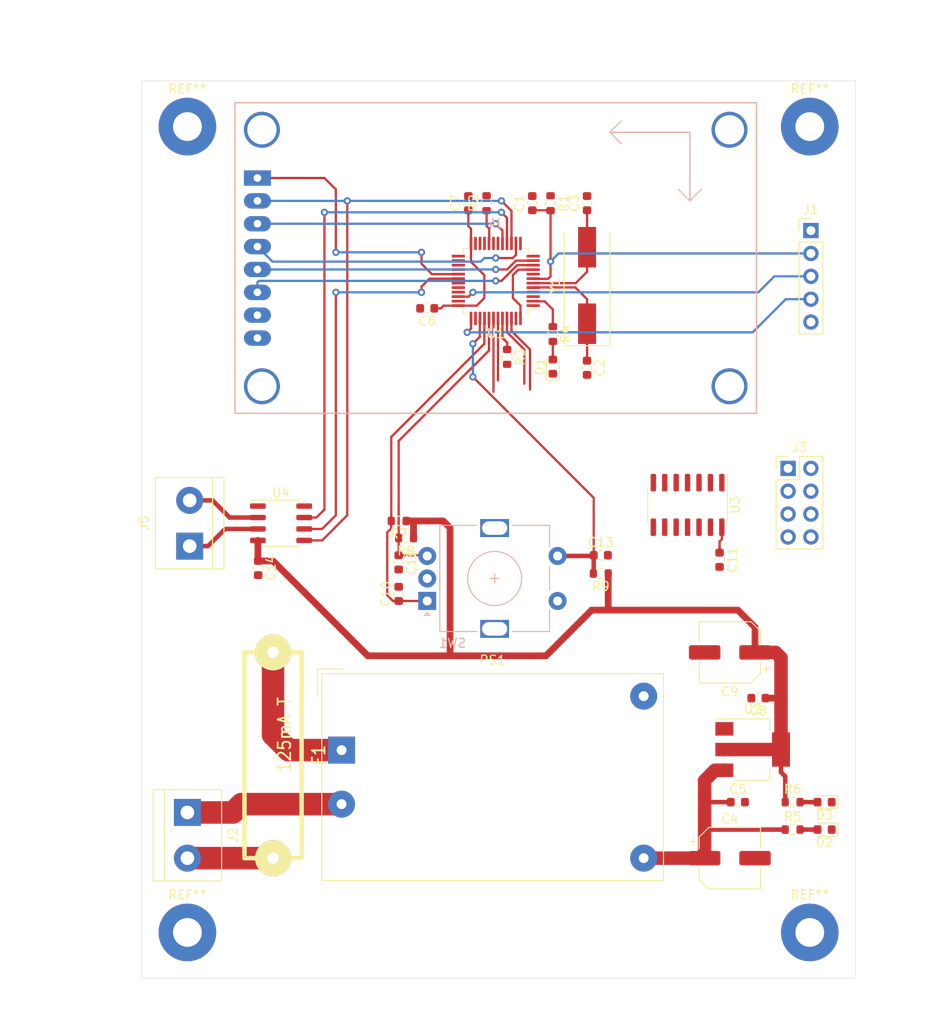
<source format=kicad_pcb>
(kicad_pcb (version 20171130) (host pcbnew 5.1.8)

  (general
    (thickness 1.6)
    (drawings 20)
    (tracks 247)
    (zones 0)
    (modules 43)
    (nets 39)
  )

  (page A4)
  (layers
    (0 F.Cu signal)
    (31 B.Cu signal)
    (32 B.Adhes user)
    (33 F.Adhes user)
    (34 B.Paste user)
    (35 F.Paste user)
    (36 B.SilkS user)
    (37 F.SilkS user)
    (38 B.Mask user)
    (39 F.Mask user)
    (40 Dwgs.User user)
    (41 Cmts.User user)
    (42 Eco1.User user)
    (43 Eco2.User user)
    (44 Edge.Cuts user)
    (45 Margin user)
    (46 B.CrtYd user)
    (47 F.CrtYd user)
    (48 B.Fab user)
    (49 F.Fab user)
  )

  (setup
    (last_trace_width 0.25)
    (user_trace_width 0.25)
    (user_trace_width 0.5)
    (user_trace_width 0.75)
    (user_trace_width 1)
    (user_trace_width 1.5)
    (user_trace_width 2)
    (user_trace_width 2.5)
    (trace_clearance 0.2)
    (zone_clearance 0.508)
    (zone_45_only no)
    (trace_min 0.2)
    (via_size 0.8)
    (via_drill 0.4)
    (via_min_size 0.4)
    (via_min_drill 0.3)
    (uvia_size 0.3)
    (uvia_drill 0.1)
    (uvias_allowed no)
    (uvia_min_size 0.2)
    (uvia_min_drill 0.1)
    (edge_width 0.05)
    (segment_width 0.2)
    (pcb_text_width 0.3)
    (pcb_text_size 1.5 1.5)
    (mod_edge_width 0.12)
    (mod_text_size 1 1)
    (mod_text_width 0.15)
    (pad_size 1.524 1.524)
    (pad_drill 0.762)
    (pad_to_mask_clearance 0.05)
    (aux_axis_origin 0 0)
    (visible_elements FFFFFF7F)
    (pcbplotparams
      (layerselection 0x010fc_ffffffff)
      (usegerberextensions false)
      (usegerberattributes true)
      (usegerberadvancedattributes true)
      (creategerberjobfile true)
      (excludeedgelayer true)
      (linewidth 0.100000)
      (plotframeref false)
      (viasonmask false)
      (mode 1)
      (useauxorigin false)
      (hpglpennumber 1)
      (hpglpenspeed 20)
      (hpglpendiameter 15.000000)
      (psnegative false)
      (psa4output false)
      (plotreference true)
      (plotvalue true)
      (plotinvisibletext false)
      (padsonsilk false)
      (subtractmaskfromsilk false)
      (outputformat 1)
      (mirror false)
      (drillshape 1)
      (scaleselection 1)
      (outputdirectory ""))
  )

  (net 0 "")
  (net 1 GND)
  (net 2 NRST)
  (net 3 "Net-(C2-Pad1)")
  (net 4 "Net-(C3-Pad1)")
  (net 5 +5V)
  (net 6 +3V3)
  (net 7 ENC_A)
  (net 8 ENC_B)
  (net 9 ENC_BUTTON)
  (net 10 "Net-(D1-Pad2)")
  (net 11 "Net-(D2-Pad2)")
  (net 12 "Net-(D3-Pad2)")
  (net 13 "Net-(F1-Pad1)")
  (net 14 "Net-(F1-Pad2)")
  (net 15 SWCLK)
  (net 16 SWDIO)
  (net 17 "Net-(J3-Pad7)")
  (net 18 "Net-(J3-Pad5)")
  (net 19 "Net-(J3-Pad3)")
  (net 20 "Net-(J3-Pad1)")
  (net 21 DISP_CS)
  (net 22 DISP_RST)
  (net 23 DISP_DC)
  (net 24 MOSI)
  (net 25 SCK)
  (net 26 DISP_LED)
  (net 27 "Net-(J5-Pad2)")
  (net 28 "Net-(J5-Pad1)")
  (net 29 /BOOT1)
  (net 30 STATUS_LED)
  (net 31 OUT3)
  (net 32 OUT2)
  (net 33 OUT1)
  (net 34 MAX6675_CS)
  (net 35 OUT4)
  (net 36 MISO)
  (net 37 "Net-(J2-Pad1)")
  (net 38 /BOOT0)

  (net_class Default "This is the default net class."
    (clearance 0.2)
    (trace_width 0.25)
    (via_dia 0.8)
    (via_drill 0.4)
    (uvia_dia 0.3)
    (uvia_drill 0.1)
    (add_net +3V3)
    (add_net +5V)
    (add_net /BOOT0)
    (add_net /BOOT1)
    (add_net DISP_CS)
    (add_net DISP_DC)
    (add_net DISP_LED)
    (add_net DISP_RST)
    (add_net ENC_A)
    (add_net ENC_B)
    (add_net ENC_BUTTON)
    (add_net GND)
    (add_net MAX6675_CS)
    (add_net MISO)
    (add_net MOSI)
    (add_net NRST)
    (add_net "Net-(C2-Pad1)")
    (add_net "Net-(C3-Pad1)")
    (add_net "Net-(D1-Pad2)")
    (add_net "Net-(D2-Pad2)")
    (add_net "Net-(D3-Pad2)")
    (add_net "Net-(F1-Pad1)")
    (add_net "Net-(F1-Pad2)")
    (add_net "Net-(J2-Pad1)")
    (add_net "Net-(J3-Pad1)")
    (add_net "Net-(J3-Pad3)")
    (add_net "Net-(J3-Pad5)")
    (add_net "Net-(J3-Pad7)")
    (add_net "Net-(J5-Pad1)")
    (add_net "Net-(J5-Pad2)")
    (add_net "Net-(U1-Pad1)")
    (add_net "Net-(U1-Pad12)")
    (add_net "Net-(U1-Pad13)")
    (add_net "Net-(U1-Pad18)")
    (add_net "Net-(U1-Pad19)")
    (add_net "Net-(U1-Pad21)")
    (add_net "Net-(U1-Pad22)")
    (add_net "Net-(U1-Pad25)")
    (add_net "Net-(U1-Pad26)")
    (add_net "Net-(U1-Pad27)")
    (add_net "Net-(U1-Pad28)")
    (add_net "Net-(U1-Pad3)")
    (add_net "Net-(U1-Pad31)")
    (add_net "Net-(U1-Pad32)")
    (add_net "Net-(U1-Pad33)")
    (add_net "Net-(U1-Pad38)")
    (add_net "Net-(U1-Pad4)")
    (add_net "Net-(U4-Pad8)")
    (add_net OUT1)
    (add_net OUT2)
    (add_net OUT3)
    (add_net OUT4)
    (add_net SCK)
    (add_net STATUS_LED)
    (add_net SWCLK)
    (add_net SWDIO)
  )

  (module misc:ST7735_DISPLAY (layer B.Cu) (tedit 5FF20330) (tstamp 5FF31900)
    (at 121.92 104.14 180)
    (path /5FAA3984)
    (fp_text reference J4 (at 0 3.81) (layer B.SilkS)
      (effects (font (size 1 1) (thickness 0.15)) (justify mirror))
    )
    (fp_text value Conn_01x08 (at 0 6.35) (layer B.Fab)
      (effects (font (size 1 1) (thickness 0.15)) (justify mirror))
    )
    (fp_line (start -13.97 15.24) (end -12.7 13.97) (layer B.SilkS) (width 0.15))
    (fp_line (start -13.97 12.7) (end -12.7 13.97) (layer B.SilkS) (width 0.15))
    (fp_line (start -21.59 13.97) (end -12.7 13.97) (layer B.SilkS) (width 0.15))
    (fp_line (start -21.59 6.35) (end -20.32 7.62) (layer B.SilkS) (width 0.15))
    (fp_line (start -22.86 7.62) (end -21.59 6.35) (layer B.SilkS) (width 0.15))
    (fp_line (start -21.59 6.35) (end -22.86 7.62) (layer B.SilkS) (width 0.15))
    (fp_line (start -21.59 13.97) (end -21.59 6.35) (layer B.SilkS) (width 0.15))
    (fp_line (start 29 0) (end 29 17.25) (layer B.SilkS) (width 0.15))
    (fp_line (start 29 0) (end 29 -17.25) (layer B.SilkS) (width 0.15))
    (fp_line (start -29 0) (end -29 17.25) (layer B.SilkS) (width 0.15))
    (fp_line (start -29 0) (end -29 -17.25) (layer B.SilkS) (width 0.15))
    (fp_line (start -29 -17.25) (end 29 -17.25) (layer B.SilkS) (width 0.15))
    (fp_line (start 29 17.25) (end -29 17.25) (layer B.SilkS) (width 0.15))
    (pad 8 thru_hole oval (at 26.5 -8.89 180) (size 3 1.7) (drill 0.85) (layers *.Cu *.Mask)
      (net 6 +3V3))
    (pad 7 thru_hole oval (at 26.5 -6.35) (size 3 1.7) (drill 0.85) (layers *.Cu *.Mask)
      (net 1 GND))
    (pad 6 thru_hole oval (at 26.5 -3.81 180) (size 3 1.7) (drill 0.85) (layers *.Cu *.Mask)
      (net 21 DISP_CS))
    (pad 1 thru_hole rect (at 26.5 8.89 180) (size 3 1.7) (drill 0.85) (layers *.Cu *.Mask)
      (net 26 DISP_LED))
    (pad 2 thru_hole oval (at 26.5 6.35 180) (size 3 1.7) (drill 0.85) (layers *.Cu *.Mask)
      (net 25 SCK))
    (pad 3 thru_hole oval (at 26.5 3.81 180) (size 3 1.7) (drill 0.85) (layers *.Cu *.Mask)
      (net 24 MOSI))
    (pad 4 thru_hole oval (at 26.5 1.27 180) (size 3 1.7) (drill 0.85) (layers *.Cu *.Mask)
      (net 23 DISP_DC))
    (pad 5 thru_hole oval (at 26.5 -1.27 180) (size 3 1.7) (drill 0.85) (layers *.Cu *.Mask)
      (net 22 DISP_RST))
    (pad "" thru_hole circle (at -26 -14.25 180) (size 4 4) (drill 3.25) (layers *.Cu *.Mask))
    (pad "" thru_hole circle (at -26 14.25 180) (size 4 4) (drill 3.25) (layers *.Cu *.Mask))
    (pad "" thru_hole circle (at 26 -14.25 180) (size 4 4) (drill 3.25) (layers *.Cu *.Mask))
    (pad "" thru_hole circle (at 26 14.25 180) (size 4 4) (drill 3.25) (layers *.Cu *.Mask))
  )

  (module Resistor_SMD:R_0603_1608Metric (layer F.Cu) (tedit 5F68FEEE) (tstamp 5FF2EAA3)
    (at 133.604 139.192 180)
    (descr "Resistor SMD 0603 (1608 Metric), square (rectangular) end terminal, IPC_7351 nominal, (Body size source: IPC-SM-782 page 72, https://www.pcb-3d.com/wordpress/wp-content/uploads/ipc-sm-782a_amendment_1_and_2.pdf), generated with kicad-footprint-generator")
    (tags resistor)
    (path /5FA1F31C)
    (attr smd)
    (fp_text reference R9 (at 0 -1.43) (layer F.SilkS)
      (effects (font (size 1 1) (thickness 0.15)))
    )
    (fp_text value 1k (at 0 1.43) (layer F.Fab)
      (effects (font (size 1 1) (thickness 0.15)))
    )
    (fp_text user %R (at 0 0) (layer F.Fab)
      (effects (font (size 0.4 0.4) (thickness 0.06)))
    )
    (fp_line (start -0.8 0.4125) (end -0.8 -0.4125) (layer F.Fab) (width 0.1))
    (fp_line (start -0.8 -0.4125) (end 0.8 -0.4125) (layer F.Fab) (width 0.1))
    (fp_line (start 0.8 -0.4125) (end 0.8 0.4125) (layer F.Fab) (width 0.1))
    (fp_line (start 0.8 0.4125) (end -0.8 0.4125) (layer F.Fab) (width 0.1))
    (fp_line (start -0.237258 -0.5225) (end 0.237258 -0.5225) (layer F.SilkS) (width 0.12))
    (fp_line (start -0.237258 0.5225) (end 0.237258 0.5225) (layer F.SilkS) (width 0.12))
    (fp_line (start -1.48 0.73) (end -1.48 -0.73) (layer F.CrtYd) (width 0.05))
    (fp_line (start -1.48 -0.73) (end 1.48 -0.73) (layer F.CrtYd) (width 0.05))
    (fp_line (start 1.48 -0.73) (end 1.48 0.73) (layer F.CrtYd) (width 0.05))
    (fp_line (start 1.48 0.73) (end -1.48 0.73) (layer F.CrtYd) (width 0.05))
    (pad 2 smd roundrect (at 0.825 0 180) (size 0.8 0.95) (layers F.Cu F.Paste F.Mask) (roundrect_rratio 0.25)
      (net 9 ENC_BUTTON))
    (pad 1 smd roundrect (at -0.825 0 180) (size 0.8 0.95) (layers F.Cu F.Paste F.Mask) (roundrect_rratio 0.25)
      (net 6 +3V3))
    (model ${KISYS3DMOD}/Resistor_SMD.3dshapes/R_0603_1608Metric.wrl
      (at (xyz 0 0 0))
      (scale (xyz 1 1 1))
      (rotate (xyz 0 0 0))
    )
  )

  (module Resistor_SMD:R_0603_1608Metric (layer F.Cu) (tedit 5F68FEEE) (tstamp 5FF2A984)
    (at 111.95 135.255 180)
    (descr "Resistor SMD 0603 (1608 Metric), square (rectangular) end terminal, IPC_7351 nominal, (Body size source: IPC-SM-782 page 72, https://www.pcb-3d.com/wordpress/wp-content/uploads/ipc-sm-782a_amendment_1_and_2.pdf), generated with kicad-footprint-generator")
    (tags resistor)
    (path /5FA0704D)
    (attr smd)
    (fp_text reference R8 (at 0 -1.43) (layer F.SilkS)
      (effects (font (size 1 1) (thickness 0.15)))
    )
    (fp_text value 1k (at 0 1.43) (layer F.Fab)
      (effects (font (size 1 1) (thickness 0.15)))
    )
    (fp_text user %R (at 0 0) (layer F.Fab)
      (effects (font (size 0.4 0.4) (thickness 0.06)))
    )
    (fp_line (start -0.8 0.4125) (end -0.8 -0.4125) (layer F.Fab) (width 0.1))
    (fp_line (start -0.8 -0.4125) (end 0.8 -0.4125) (layer F.Fab) (width 0.1))
    (fp_line (start 0.8 -0.4125) (end 0.8 0.4125) (layer F.Fab) (width 0.1))
    (fp_line (start 0.8 0.4125) (end -0.8 0.4125) (layer F.Fab) (width 0.1))
    (fp_line (start -0.237258 -0.5225) (end 0.237258 -0.5225) (layer F.SilkS) (width 0.12))
    (fp_line (start -0.237258 0.5225) (end 0.237258 0.5225) (layer F.SilkS) (width 0.12))
    (fp_line (start -1.48 0.73) (end -1.48 -0.73) (layer F.CrtYd) (width 0.05))
    (fp_line (start -1.48 -0.73) (end 1.48 -0.73) (layer F.CrtYd) (width 0.05))
    (fp_line (start 1.48 -0.73) (end 1.48 0.73) (layer F.CrtYd) (width 0.05))
    (fp_line (start 1.48 0.73) (end -1.48 0.73) (layer F.CrtYd) (width 0.05))
    (pad 2 smd roundrect (at 0.825 0 180) (size 0.8 0.95) (layers F.Cu F.Paste F.Mask) (roundrect_rratio 0.25)
      (net 8 ENC_B))
    (pad 1 smd roundrect (at -0.825 0 180) (size 0.8 0.95) (layers F.Cu F.Paste F.Mask) (roundrect_rratio 0.25)
      (net 6 +3V3))
    (model ${KISYS3DMOD}/Resistor_SMD.3dshapes/R_0603_1608Metric.wrl
      (at (xyz 0 0 0))
      (scale (xyz 1 1 1))
      (rotate (xyz 0 0 0))
    )
  )

  (module Resistor_SMD:R_0603_1608Metric (layer F.Cu) (tedit 5F68FEEE) (tstamp 5FF2169D)
    (at 111.125 133.35 180)
    (descr "Resistor SMD 0603 (1608 Metric), square (rectangular) end terminal, IPC_7351 nominal, (Body size source: IPC-SM-782 page 72, https://www.pcb-3d.com/wordpress/wp-content/uploads/ipc-sm-782a_amendment_1_and_2.pdf), generated with kicad-footprint-generator")
    (tags resistor)
    (path /5FA011FE)
    (attr smd)
    (fp_text reference R7 (at 0 -1.43) (layer F.SilkS)
      (effects (font (size 1 1) (thickness 0.15)))
    )
    (fp_text value 1k (at 0 1.43) (layer F.Fab)
      (effects (font (size 1 1) (thickness 0.15)))
    )
    (fp_text user %R (at 0 0) (layer F.Fab)
      (effects (font (size 0.4 0.4) (thickness 0.06)))
    )
    (fp_line (start -0.8 0.4125) (end -0.8 -0.4125) (layer F.Fab) (width 0.1))
    (fp_line (start -0.8 -0.4125) (end 0.8 -0.4125) (layer F.Fab) (width 0.1))
    (fp_line (start 0.8 -0.4125) (end 0.8 0.4125) (layer F.Fab) (width 0.1))
    (fp_line (start 0.8 0.4125) (end -0.8 0.4125) (layer F.Fab) (width 0.1))
    (fp_line (start -0.237258 -0.5225) (end 0.237258 -0.5225) (layer F.SilkS) (width 0.12))
    (fp_line (start -0.237258 0.5225) (end 0.237258 0.5225) (layer F.SilkS) (width 0.12))
    (fp_line (start -1.48 0.73) (end -1.48 -0.73) (layer F.CrtYd) (width 0.05))
    (fp_line (start -1.48 -0.73) (end 1.48 -0.73) (layer F.CrtYd) (width 0.05))
    (fp_line (start 1.48 -0.73) (end 1.48 0.73) (layer F.CrtYd) (width 0.05))
    (fp_line (start 1.48 0.73) (end -1.48 0.73) (layer F.CrtYd) (width 0.05))
    (pad 2 smd roundrect (at 0.825 0 180) (size 0.8 0.95) (layers F.Cu F.Paste F.Mask) (roundrect_rratio 0.25)
      (net 7 ENC_A))
    (pad 1 smd roundrect (at -0.825 0 180) (size 0.8 0.95) (layers F.Cu F.Paste F.Mask) (roundrect_rratio 0.25)
      (net 6 +3V3))
    (model ${KISYS3DMOD}/Resistor_SMD.3dshapes/R_0603_1608Metric.wrl
      (at (xyz 0 0 0))
      (scale (xyz 1 1 1))
      (rotate (xyz 0 0 0))
    )
  )

  (module Resistor_SMD:R_0603_1608Metric (layer F.Cu) (tedit 5F68FEEE) (tstamp 5FF2136D)
    (at 154.94 164.592)
    (descr "Resistor SMD 0603 (1608 Metric), square (rectangular) end terminal, IPC_7351 nominal, (Body size source: IPC-SM-782 page 72, https://www.pcb-3d.com/wordpress/wp-content/uploads/ipc-sm-782a_amendment_1_and_2.pdf), generated with kicad-footprint-generator")
    (tags resistor)
    (path /5F97667C)
    (attr smd)
    (fp_text reference R6 (at 0 -1.43) (layer F.SilkS)
      (effects (font (size 1 1) (thickness 0.15)))
    )
    (fp_text value 1k (at 0 1.43) (layer F.Fab)
      (effects (font (size 1 1) (thickness 0.15)))
    )
    (fp_text user %R (at 0 0) (layer F.Fab)
      (effects (font (size 0.4 0.4) (thickness 0.06)))
    )
    (fp_line (start -0.8 0.4125) (end -0.8 -0.4125) (layer F.Fab) (width 0.1))
    (fp_line (start -0.8 -0.4125) (end 0.8 -0.4125) (layer F.Fab) (width 0.1))
    (fp_line (start 0.8 -0.4125) (end 0.8 0.4125) (layer F.Fab) (width 0.1))
    (fp_line (start 0.8 0.4125) (end -0.8 0.4125) (layer F.Fab) (width 0.1))
    (fp_line (start -0.237258 -0.5225) (end 0.237258 -0.5225) (layer F.SilkS) (width 0.12))
    (fp_line (start -0.237258 0.5225) (end 0.237258 0.5225) (layer F.SilkS) (width 0.12))
    (fp_line (start -1.48 0.73) (end -1.48 -0.73) (layer F.CrtYd) (width 0.05))
    (fp_line (start -1.48 -0.73) (end 1.48 -0.73) (layer F.CrtYd) (width 0.05))
    (fp_line (start 1.48 -0.73) (end 1.48 0.73) (layer F.CrtYd) (width 0.05))
    (fp_line (start 1.48 0.73) (end -1.48 0.73) (layer F.CrtYd) (width 0.05))
    (pad 2 smd roundrect (at 0.825 0) (size 0.8 0.95) (layers F.Cu F.Paste F.Mask) (roundrect_rratio 0.25)
      (net 12 "Net-(D3-Pad2)"))
    (pad 1 smd roundrect (at -0.825 0) (size 0.8 0.95) (layers F.Cu F.Paste F.Mask) (roundrect_rratio 0.25)
      (net 6 +3V3))
    (model ${KISYS3DMOD}/Resistor_SMD.3dshapes/R_0603_1608Metric.wrl
      (at (xyz 0 0 0))
      (scale (xyz 1 1 1))
      (rotate (xyz 0 0 0))
    )
  )

  (module Resistor_SMD:R_0603_1608Metric (layer F.Cu) (tedit 5F68FEEE) (tstamp 5FF214ED)
    (at 154.94 167.64)
    (descr "Resistor SMD 0603 (1608 Metric), square (rectangular) end terminal, IPC_7351 nominal, (Body size source: IPC-SM-782 page 72, https://www.pcb-3d.com/wordpress/wp-content/uploads/ipc-sm-782a_amendment_1_and_2.pdf), generated with kicad-footprint-generator")
    (tags resistor)
    (path /5F952E76)
    (attr smd)
    (fp_text reference R5 (at 0 -1.43) (layer F.SilkS)
      (effects (font (size 1 1) (thickness 0.15)))
    )
    (fp_text value 1k (at 0 1.43) (layer F.Fab)
      (effects (font (size 1 1) (thickness 0.15)))
    )
    (fp_text user %R (at 0 0) (layer F.Fab)
      (effects (font (size 0.4 0.4) (thickness 0.06)))
    )
    (fp_line (start -0.8 0.4125) (end -0.8 -0.4125) (layer F.Fab) (width 0.1))
    (fp_line (start -0.8 -0.4125) (end 0.8 -0.4125) (layer F.Fab) (width 0.1))
    (fp_line (start 0.8 -0.4125) (end 0.8 0.4125) (layer F.Fab) (width 0.1))
    (fp_line (start 0.8 0.4125) (end -0.8 0.4125) (layer F.Fab) (width 0.1))
    (fp_line (start -0.237258 -0.5225) (end 0.237258 -0.5225) (layer F.SilkS) (width 0.12))
    (fp_line (start -0.237258 0.5225) (end 0.237258 0.5225) (layer F.SilkS) (width 0.12))
    (fp_line (start -1.48 0.73) (end -1.48 -0.73) (layer F.CrtYd) (width 0.05))
    (fp_line (start -1.48 -0.73) (end 1.48 -0.73) (layer F.CrtYd) (width 0.05))
    (fp_line (start 1.48 -0.73) (end 1.48 0.73) (layer F.CrtYd) (width 0.05))
    (fp_line (start 1.48 0.73) (end -1.48 0.73) (layer F.CrtYd) (width 0.05))
    (pad 2 smd roundrect (at 0.825 0) (size 0.8 0.95) (layers F.Cu F.Paste F.Mask) (roundrect_rratio 0.25)
      (net 11 "Net-(D2-Pad2)"))
    (pad 1 smd roundrect (at -0.825 0) (size 0.8 0.95) (layers F.Cu F.Paste F.Mask) (roundrect_rratio 0.25)
      (net 5 +5V))
    (model ${KISYS3DMOD}/Resistor_SMD.3dshapes/R_0603_1608Metric.wrl
      (at (xyz 0 0 0))
      (scale (xyz 1 1 1))
      (rotate (xyz 0 0 0))
    )
  )

  (module Resistor_SMD:R_0603_1608Metric (layer F.Cu) (tedit 5F68FEEE) (tstamp 5FF2125C)
    (at 128.27 112.585 270)
    (descr "Resistor SMD 0603 (1608 Metric), square (rectangular) end terminal, IPC_7351 nominal, (Body size source: IPC-SM-782 page 72, https://www.pcb-3d.com/wordpress/wp-content/uploads/ipc-sm-782a_amendment_1_and_2.pdf), generated with kicad-footprint-generator")
    (tags resistor)
    (path /5F9B7CC9)
    (attr smd)
    (fp_text reference R4 (at 0 -1.43 90) (layer F.SilkS)
      (effects (font (size 1 1) (thickness 0.15)))
    )
    (fp_text value 1k (at 0 1.43 90) (layer F.Fab)
      (effects (font (size 1 1) (thickness 0.15)))
    )
    (fp_text user %R (at 0 0 90) (layer F.Fab)
      (effects (font (size 0.4 0.4) (thickness 0.06)))
    )
    (fp_line (start -0.8 0.4125) (end -0.8 -0.4125) (layer F.Fab) (width 0.1))
    (fp_line (start -0.8 -0.4125) (end 0.8 -0.4125) (layer F.Fab) (width 0.1))
    (fp_line (start 0.8 -0.4125) (end 0.8 0.4125) (layer F.Fab) (width 0.1))
    (fp_line (start 0.8 0.4125) (end -0.8 0.4125) (layer F.Fab) (width 0.1))
    (fp_line (start -0.237258 -0.5225) (end 0.237258 -0.5225) (layer F.SilkS) (width 0.12))
    (fp_line (start -0.237258 0.5225) (end 0.237258 0.5225) (layer F.SilkS) (width 0.12))
    (fp_line (start -1.48 0.73) (end -1.48 -0.73) (layer F.CrtYd) (width 0.05))
    (fp_line (start -1.48 -0.73) (end 1.48 -0.73) (layer F.CrtYd) (width 0.05))
    (fp_line (start 1.48 -0.73) (end 1.48 0.73) (layer F.CrtYd) (width 0.05))
    (fp_line (start 1.48 0.73) (end -1.48 0.73) (layer F.CrtYd) (width 0.05))
    (pad 2 smd roundrect (at 0.825 0 270) (size 0.8 0.95) (layers F.Cu F.Paste F.Mask) (roundrect_rratio 0.25)
      (net 10 "Net-(D1-Pad2)"))
    (pad 1 smd roundrect (at -0.825 0 270) (size 0.8 0.95) (layers F.Cu F.Paste F.Mask) (roundrect_rratio 0.25)
      (net 30 STATUS_LED))
    (model ${KISYS3DMOD}/Resistor_SMD.3dshapes/R_0603_1608Metric.wrl
      (at (xyz 0 0 0))
      (scale (xyz 1 1 1))
      (rotate (xyz 0 0 0))
    )
  )

  (module Resistor_SMD:R_0603_1608Metric (layer F.Cu) (tedit 5F68FEEE) (tstamp 5FF212BC)
    (at 123.19 115.125 270)
    (descr "Resistor SMD 0603 (1608 Metric), square (rectangular) end terminal, IPC_7351 nominal, (Body size source: IPC-SM-782 page 72, https://www.pcb-3d.com/wordpress/wp-content/uploads/ipc-sm-782a_amendment_1_and_2.pdf), generated with kicad-footprint-generator")
    (tags resistor)
    (path /5F7A2BF3)
    (attr smd)
    (fp_text reference R3 (at 0 -1.43 90) (layer F.SilkS)
      (effects (font (size 1 1) (thickness 0.15)))
    )
    (fp_text value 10k (at 0 1.43 90) (layer F.Fab)
      (effects (font (size 1 1) (thickness 0.15)))
    )
    (fp_text user %R (at 0 0 90) (layer F.Fab)
      (effects (font (size 0.4 0.4) (thickness 0.06)))
    )
    (fp_line (start -0.8 0.4125) (end -0.8 -0.4125) (layer F.Fab) (width 0.1))
    (fp_line (start -0.8 -0.4125) (end 0.8 -0.4125) (layer F.Fab) (width 0.1))
    (fp_line (start 0.8 -0.4125) (end 0.8 0.4125) (layer F.Fab) (width 0.1))
    (fp_line (start 0.8 0.4125) (end -0.8 0.4125) (layer F.Fab) (width 0.1))
    (fp_line (start -0.237258 -0.5225) (end 0.237258 -0.5225) (layer F.SilkS) (width 0.12))
    (fp_line (start -0.237258 0.5225) (end 0.237258 0.5225) (layer F.SilkS) (width 0.12))
    (fp_line (start -1.48 0.73) (end -1.48 -0.73) (layer F.CrtYd) (width 0.05))
    (fp_line (start -1.48 -0.73) (end 1.48 -0.73) (layer F.CrtYd) (width 0.05))
    (fp_line (start 1.48 -0.73) (end 1.48 0.73) (layer F.CrtYd) (width 0.05))
    (fp_line (start 1.48 0.73) (end -1.48 0.73) (layer F.CrtYd) (width 0.05))
    (pad 2 smd roundrect (at 0.825 0 270) (size 0.8 0.95) (layers F.Cu F.Paste F.Mask) (roundrect_rratio 0.25)
      (net 1 GND))
    (pad 1 smd roundrect (at -0.825 0 270) (size 0.8 0.95) (layers F.Cu F.Paste F.Mask) (roundrect_rratio 0.25)
      (net 38 /BOOT0))
    (model ${KISYS3DMOD}/Resistor_SMD.3dshapes/R_0603_1608Metric.wrl
      (at (xyz 0 0 0))
      (scale (xyz 1 1 1))
      (rotate (xyz 0 0 0))
    )
  )

  (module Resistor_SMD:R_0603_1608Metric (layer F.Cu) (tedit 5F68FEEE) (tstamp 5FF2142D)
    (at 120.904 98.044 90)
    (descr "Resistor SMD 0603 (1608 Metric), square (rectangular) end terminal, IPC_7351 nominal, (Body size source: IPC-SM-782 page 72, https://www.pcb-3d.com/wordpress/wp-content/uploads/ipc-sm-782a_amendment_1_and_2.pdf), generated with kicad-footprint-generator")
    (tags resistor)
    (path /5F7A4452)
    (attr smd)
    (fp_text reference R2 (at 0 -1.43 90) (layer F.SilkS)
      (effects (font (size 1 1) (thickness 0.15)))
    )
    (fp_text value 10k (at 0 1.43 90) (layer F.Fab)
      (effects (font (size 1 1) (thickness 0.15)))
    )
    (fp_text user %R (at 0 0 90) (layer F.Fab)
      (effects (font (size 0.4 0.4) (thickness 0.06)))
    )
    (fp_line (start -0.8 0.4125) (end -0.8 -0.4125) (layer F.Fab) (width 0.1))
    (fp_line (start -0.8 -0.4125) (end 0.8 -0.4125) (layer F.Fab) (width 0.1))
    (fp_line (start 0.8 -0.4125) (end 0.8 0.4125) (layer F.Fab) (width 0.1))
    (fp_line (start 0.8 0.4125) (end -0.8 0.4125) (layer F.Fab) (width 0.1))
    (fp_line (start -0.237258 -0.5225) (end 0.237258 -0.5225) (layer F.SilkS) (width 0.12))
    (fp_line (start -0.237258 0.5225) (end 0.237258 0.5225) (layer F.SilkS) (width 0.12))
    (fp_line (start -1.48 0.73) (end -1.48 -0.73) (layer F.CrtYd) (width 0.05))
    (fp_line (start -1.48 -0.73) (end 1.48 -0.73) (layer F.CrtYd) (width 0.05))
    (fp_line (start 1.48 -0.73) (end 1.48 0.73) (layer F.CrtYd) (width 0.05))
    (fp_line (start 1.48 0.73) (end -1.48 0.73) (layer F.CrtYd) (width 0.05))
    (pad 2 smd roundrect (at 0.825 0 90) (size 0.8 0.95) (layers F.Cu F.Paste F.Mask) (roundrect_rratio 0.25)
      (net 1 GND))
    (pad 1 smd roundrect (at -0.825 0 90) (size 0.8 0.95) (layers F.Cu F.Paste F.Mask) (roundrect_rratio 0.25)
      (net 29 /BOOT1))
    (model ${KISYS3DMOD}/Resistor_SMD.3dshapes/R_0603_1608Metric.wrl
      (at (xyz 0 0 0))
      (scale (xyz 1 1 1))
      (rotate (xyz 0 0 0))
    )
  )

  (module Resistor_SMD:R_0603_1608Metric (layer F.Cu) (tedit 5F68FEEE) (tstamp 5FF214BD)
    (at 128.016 98.044 270)
    (descr "Resistor SMD 0603 (1608 Metric), square (rectangular) end terminal, IPC_7351 nominal, (Body size source: IPC-SM-782 page 72, https://www.pcb-3d.com/wordpress/wp-content/uploads/ipc-sm-782a_amendment_1_and_2.pdf), generated with kicad-footprint-generator")
    (tags resistor)
    (path /5F7F8B54)
    (attr smd)
    (fp_text reference R1 (at 0 -1.43 90) (layer F.SilkS)
      (effects (font (size 1 1) (thickness 0.15)))
    )
    (fp_text value 10k (at 0 1.43 90) (layer F.Fab)
      (effects (font (size 1 1) (thickness 0.15)))
    )
    (fp_text user %R (at 0 0 90) (layer F.Fab)
      (effects (font (size 0.4 0.4) (thickness 0.06)))
    )
    (fp_line (start -0.8 0.4125) (end -0.8 -0.4125) (layer F.Fab) (width 0.1))
    (fp_line (start -0.8 -0.4125) (end 0.8 -0.4125) (layer F.Fab) (width 0.1))
    (fp_line (start 0.8 -0.4125) (end 0.8 0.4125) (layer F.Fab) (width 0.1))
    (fp_line (start 0.8 0.4125) (end -0.8 0.4125) (layer F.Fab) (width 0.1))
    (fp_line (start -0.237258 -0.5225) (end 0.237258 -0.5225) (layer F.SilkS) (width 0.12))
    (fp_line (start -0.237258 0.5225) (end 0.237258 0.5225) (layer F.SilkS) (width 0.12))
    (fp_line (start -1.48 0.73) (end -1.48 -0.73) (layer F.CrtYd) (width 0.05))
    (fp_line (start -1.48 -0.73) (end 1.48 -0.73) (layer F.CrtYd) (width 0.05))
    (fp_line (start 1.48 -0.73) (end 1.48 0.73) (layer F.CrtYd) (width 0.05))
    (fp_line (start 1.48 0.73) (end -1.48 0.73) (layer F.CrtYd) (width 0.05))
    (pad 2 smd roundrect (at 0.825 0 270) (size 0.8 0.95) (layers F.Cu F.Paste F.Mask) (roundrect_rratio 0.25)
      (net 2 NRST))
    (pad 1 smd roundrect (at -0.825 0 270) (size 0.8 0.95) (layers F.Cu F.Paste F.Mask) (roundrect_rratio 0.25)
      (net 6 +3V3))
    (model ${KISYS3DMOD}/Resistor_SMD.3dshapes/R_0603_1608Metric.wrl
      (at (xyz 0 0 0))
      (scale (xyz 1 1 1))
      (rotate (xyz 0 0 0))
    )
  )

  (module MountingHole:MountingHole_3.2mm_M3_Pad (layer F.Cu) (tedit 56D1B4CB) (tstamp 5FF2841F)
    (at 87.63 89.535)
    (descr "Mounting Hole 3.2mm, M3")
    (tags "mounting hole 3.2mm m3")
    (attr virtual)
    (fp_text reference REF** (at 0 -4.2) (layer F.SilkS)
      (effects (font (size 1 1) (thickness 0.15)))
    )
    (fp_text value MountingHole_3.2mm_M3_Pad (at 0 4.2) (layer F.Fab)
      (effects (font (size 1 1) (thickness 0.15)))
    )
    (fp_circle (center 0 0) (end 3.45 0) (layer F.CrtYd) (width 0.05))
    (fp_circle (center 0 0) (end 3.2 0) (layer Cmts.User) (width 0.15))
    (fp_text user %R (at 0.3 0) (layer F.Fab)
      (effects (font (size 1 1) (thickness 0.15)))
    )
    (pad 1 thru_hole circle (at 0 0) (size 6.4 6.4) (drill 3.2) (layers *.Cu *.Mask))
  )

  (module MountingHole:MountingHole_3.2mm_M3_Pad (layer F.Cu) (tedit 56D1B4CB) (tstamp 5FF28411)
    (at 156.845 89.535)
    (descr "Mounting Hole 3.2mm, M3")
    (tags "mounting hole 3.2mm m3")
    (attr virtual)
    (fp_text reference REF** (at 0 -4.2) (layer F.SilkS)
      (effects (font (size 1 1) (thickness 0.15)))
    )
    (fp_text value MountingHole_3.2mm_M3_Pad (at 0 4.2) (layer F.Fab)
      (effects (font (size 1 1) (thickness 0.15)))
    )
    (fp_text user %R (at 0.3 0) (layer F.Fab)
      (effects (font (size 1 1) (thickness 0.15)))
    )
    (fp_circle (center 0 0) (end 3.2 0) (layer Cmts.User) (width 0.15))
    (fp_circle (center 0 0) (end 3.45 0) (layer F.CrtYd) (width 0.05))
    (pad 1 thru_hole circle (at 0 0) (size 6.4 6.4) (drill 3.2) (layers *.Cu *.Mask))
  )

  (module MountingHole:MountingHole_3.2mm_M3_Pad (layer F.Cu) (tedit 56D1B4CB) (tstamp 5FF28402)
    (at 156.845 179.07)
    (descr "Mounting Hole 3.2mm, M3")
    (tags "mounting hole 3.2mm m3")
    (attr virtual)
    (fp_text reference REF** (at 0 -4.2) (layer F.SilkS)
      (effects (font (size 1 1) (thickness 0.15)))
    )
    (fp_text value MountingHole_3.2mm_M3_Pad (at 0 4.2) (layer F.Fab)
      (effects (font (size 1 1) (thickness 0.15)))
    )
    (fp_circle (center 0 0) (end 3.45 0) (layer F.CrtYd) (width 0.05))
    (fp_circle (center 0 0) (end 3.2 0) (layer Cmts.User) (width 0.15))
    (fp_text user %R (at 0.3 0) (layer F.Fab)
      (effects (font (size 1 1) (thickness 0.15)))
    )
    (pad 1 thru_hole circle (at 0 0) (size 6.4 6.4) (drill 3.2) (layers *.Cu *.Mask))
  )

  (module MountingHole:MountingHole_3.2mm_M3_Pad (layer F.Cu) (tedit 56D1B4CB) (tstamp 5FF283F8)
    (at 87.63 179.07)
    (descr "Mounting Hole 3.2mm, M3")
    (tags "mounting hole 3.2mm m3")
    (attr virtual)
    (fp_text reference REF** (at 0 -4.2) (layer F.SilkS)
      (effects (font (size 1 1) (thickness 0.15)))
    )
    (fp_text value MountingHole_3.2mm_M3_Pad (at 0 4.2) (layer F.Fab)
      (effects (font (size 1 1) (thickness 0.15)))
    )
    (fp_text user %R (at 0.3 0) (layer F.Fab)
      (effects (font (size 1 1) (thickness 0.15)))
    )
    (fp_circle (center 0 0) (end 3.2 0) (layer Cmts.User) (width 0.15))
    (fp_circle (center 0 0) (end 3.45 0) (layer F.CrtYd) (width 0.05))
    (pad 1 thru_hole circle (at 0 0) (size 6.4 6.4) (drill 3.2) (layers *.Cu *.Mask))
  )

  (module misc:Converter_ACDC_Hi-Link_HLK-5MXX_THT (layer F.Cu) (tedit 5B7EDDAE) (tstamp 5FF220AF)
    (at 104.775 158.815)
    (descr http://www.hlktech.net/product_detail.php?ProId=60)
    (tags "ACDC-Converter 5W Hi-Link HLK-5MXX THT")
    (path /5F8B83C2)
    (fp_text reference PS1 (at 16.8 -10) (layer F.SilkS)
      (effects (font (size 1 1) (thickness 0.15)))
    )
    (fp_text value HLK-5M05 (at 16.8 1) (layer F.Fab)
      (effects (font (size 1 1) (thickness 0.15)))
    )
    (fp_line (start -2.45 -8.74) (end -2.45 -8.75) (layer F.CrtYd) (width 0.05))
    (fp_line (start -2.45 14.74) (end -2.45 -8.74) (layer F.CrtYd) (width 0.05))
    (fp_line (start -2.45 14.75) (end -2.45 14.74) (layer F.CrtYd) (width 0.05))
    (fp_line (start -2.44 14.75) (end -2.45 14.75) (layer F.CrtYd) (width 0.05))
    (fp_line (start 36.04 14.75) (end -2.44 14.75) (layer F.CrtYd) (width 0.05))
    (fp_line (start 36.05 14.75) (end 36.04 14.75) (layer F.CrtYd) (width 0.05))
    (fp_line (start 36.05 14.74) (end 36.05 14.75) (layer F.CrtYd) (width 0.05))
    (fp_line (start 36.05 -8.74) (end 36.05 14.74) (layer F.CrtYd) (width 0.05))
    (fp_line (start 36.05 -8.75) (end 36.05 -8.74) (layer F.CrtYd) (width 0.05))
    (fp_line (start 36.04 -8.75) (end 36.05 -8.75) (layer F.CrtYd) (width 0.05))
    (fp_line (start -2.44 -8.75) (end 36.04 -8.75) (layer F.CrtYd) (width 0.05))
    (fp_line (start -2.45 -8.75) (end -2.44 -8.75) (layer F.CrtYd) (width 0.05))
    (fp_line (start -2.5 -8.8) (end -2.5 -5.8) (layer F.Fab) (width 0.1))
    (fp_line (start -2.5 -8.8) (end 0.5 -8.8) (layer F.Fab) (width 0.1))
    (fp_line (start -2.2 -8.49) (end -2.2 -8.5) (layer F.Fab) (width 0.1))
    (fp_line (start -2.2 14.49) (end -2.2 -8.49) (layer F.Fab) (width 0.1))
    (fp_line (start -2.2 14.5) (end -2.2 14.49) (layer F.Fab) (width 0.1))
    (fp_line (start -2.19 14.5) (end -2.2 14.5) (layer F.Fab) (width 0.1))
    (fp_line (start 35.79 14.5) (end -2.19 14.5) (layer F.Fab) (width 0.1))
    (fp_line (start 35.8 14.5) (end 35.79 14.5) (layer F.Fab) (width 0.1))
    (fp_line (start 35.8 14.49) (end 35.8 14.5) (layer F.Fab) (width 0.1))
    (fp_line (start 35.8 -8.49) (end 35.8 14.49) (layer F.Fab) (width 0.1))
    (fp_line (start 35.8 -8.5) (end 35.8 -8.49) (layer F.Fab) (width 0.1))
    (fp_line (start 35.79 -8.5) (end 35.8 -8.5) (layer F.Fab) (width 0.1))
    (fp_line (start -2.19 -8.5) (end 35.79 -8.5) (layer F.Fab) (width 0.1))
    (fp_line (start -2.2 -8.5) (end -2.19 -8.5) (layer F.Fab) (width 0.1))
    (fp_line (start -2.7 -9) (end -2.7 -6) (layer F.SilkS) (width 0.12))
    (fp_line (start -2.7 -9) (end 0.3 -9) (layer F.SilkS) (width 0.12))
    (fp_line (start -2.2 -8.49) (end -2.2 -8.5) (layer F.SilkS) (width 0.12))
    (fp_line (start -2.2 14.49) (end -2.2 -8.49) (layer F.SilkS) (width 0.12))
    (fp_line (start -2.2 14.5) (end -2.2 14.49) (layer F.SilkS) (width 0.12))
    (fp_line (start -2.19 14.5) (end -2.2 14.5) (layer F.SilkS) (width 0.12))
    (fp_line (start 35.79 14.5) (end -2.19 14.5) (layer F.SilkS) (width 0.12))
    (fp_line (start 35.8 14.5) (end 35.79 14.5) (layer F.SilkS) (width 0.12))
    (fp_line (start 35.8 14.49) (end 35.8 14.5) (layer F.SilkS) (width 0.12))
    (fp_line (start 35.8 -8.49) (end 35.8 14.49) (layer F.SilkS) (width 0.12))
    (fp_line (start 35.8 -8.5) (end 35.8 -8.49) (layer F.SilkS) (width 0.12))
    (fp_line (start 35.79 -8.5) (end 35.8 -8.5) (layer F.SilkS) (width 0.12))
    (fp_line (start -2.19 -8.5) (end 35.79 -8.5) (layer F.SilkS) (width 0.12))
    (fp_line (start -2.2 -8.5) (end -2.19 -8.5) (layer F.SilkS) (width 0.12))
    (fp_text user %R (at 16.8 3) (layer F.Fab)
      (effects (font (size 1 1) (thickness 0.15)))
    )
    (pad 4 thru_hole circle (at 33.6 12) (size 3 3) (drill 1.1) (layers *.Cu *.Mask)
      (net 5 +5V))
    (pad 3 thru_hole circle (at 33.6 -6) (size 3 3) (drill 1.1) (layers *.Cu *.Mask)
      (net 1 GND))
    (pad 2 thru_hole circle (at 0 6) (size 3 3) (drill 1.1) (layers *.Cu *.Mask)
      (net 37 "Net-(J2-Pad1)"))
    (pad 1 thru_hole rect (at 0 0) (size 3 3) (drill 1.1) (layers *.Cu *.Mask)
      (net 13 "Net-(F1-Pad1)"))
    (model ${KISYS3DMOD}/Converter_ACDC.3dshapes/Converter_ACDC_Hi-Link_HLK-5MXX_THT.wrl
      (at (xyz 0 0 0))
      (scale (xyz 1 1 1))
      (rotate (xyz 0 0 0))
    )
  )

  (module Package_SO:SOIC-14_3.9x8.7mm_P1.27mm (layer F.Cu) (tedit 5D9F72B1) (tstamp 5FF29C5B)
    (at 143.256 131.572 270)
    (descr "SOIC, 14 Pin (JEDEC MS-012AB, https://www.analog.com/media/en/package-pcb-resources/package/pkg_pdf/soic_narrow-r/r_14.pdf), generated with kicad-footprint-generator ipc_gullwing_generator.py")
    (tags "SOIC SO")
    (path /5FB7A49F)
    (attr smd)
    (fp_text reference U3 (at 0 -5.28 90) (layer F.SilkS)
      (effects (font (size 1 1) (thickness 0.15)))
    )
    (fp_text value 74LS125 (at 0 5.28 90) (layer F.Fab)
      (effects (font (size 1 1) (thickness 0.15)))
    )
    (fp_line (start 3.7 -4.58) (end -3.7 -4.58) (layer F.CrtYd) (width 0.05))
    (fp_line (start 3.7 4.58) (end 3.7 -4.58) (layer F.CrtYd) (width 0.05))
    (fp_line (start -3.7 4.58) (end 3.7 4.58) (layer F.CrtYd) (width 0.05))
    (fp_line (start -3.7 -4.58) (end -3.7 4.58) (layer F.CrtYd) (width 0.05))
    (fp_line (start -1.95 -3.35) (end -0.975 -4.325) (layer F.Fab) (width 0.1))
    (fp_line (start -1.95 4.325) (end -1.95 -3.35) (layer F.Fab) (width 0.1))
    (fp_line (start 1.95 4.325) (end -1.95 4.325) (layer F.Fab) (width 0.1))
    (fp_line (start 1.95 -4.325) (end 1.95 4.325) (layer F.Fab) (width 0.1))
    (fp_line (start -0.975 -4.325) (end 1.95 -4.325) (layer F.Fab) (width 0.1))
    (fp_line (start 0 -4.435) (end -3.45 -4.435) (layer F.SilkS) (width 0.12))
    (fp_line (start 0 -4.435) (end 1.95 -4.435) (layer F.SilkS) (width 0.12))
    (fp_line (start 0 4.435) (end -1.95 4.435) (layer F.SilkS) (width 0.12))
    (fp_line (start 0 4.435) (end 1.95 4.435) (layer F.SilkS) (width 0.12))
    (fp_text user %R (at 0 0 90) (layer F.Fab)
      (effects (font (size 0.98 0.98) (thickness 0.15)))
    )
    (pad 14 smd roundrect (at 2.475 -3.81 270) (size 1.95 0.6) (layers F.Cu F.Paste F.Mask) (roundrect_rratio 0.25)
      (net 5 +5V))
    (pad 13 smd roundrect (at 2.475 -2.54 270) (size 1.95 0.6) (layers F.Cu F.Paste F.Mask) (roundrect_rratio 0.25)
      (net 1 GND))
    (pad 12 smd roundrect (at 2.475 -1.27 270) (size 1.95 0.6) (layers F.Cu F.Paste F.Mask) (roundrect_rratio 0.25)
      (net 35 OUT4))
    (pad 11 smd roundrect (at 2.475 0 270) (size 1.95 0.6) (layers F.Cu F.Paste F.Mask) (roundrect_rratio 0.25)
      (net 17 "Net-(J3-Pad7)"))
    (pad 10 smd roundrect (at 2.475 1.27 270) (size 1.95 0.6) (layers F.Cu F.Paste F.Mask) (roundrect_rratio 0.25)
      (net 1 GND))
    (pad 9 smd roundrect (at 2.475 2.54 270) (size 1.95 0.6) (layers F.Cu F.Paste F.Mask) (roundrect_rratio 0.25)
      (net 31 OUT3))
    (pad 8 smd roundrect (at 2.475 3.81 270) (size 1.95 0.6) (layers F.Cu F.Paste F.Mask) (roundrect_rratio 0.25)
      (net 18 "Net-(J3-Pad5)"))
    (pad 7 smd roundrect (at -2.475 3.81 270) (size 1.95 0.6) (layers F.Cu F.Paste F.Mask) (roundrect_rratio 0.25)
      (net 1 GND))
    (pad 6 smd roundrect (at -2.475 2.54 270) (size 1.95 0.6) (layers F.Cu F.Paste F.Mask) (roundrect_rratio 0.25)
      (net 19 "Net-(J3-Pad3)"))
    (pad 5 smd roundrect (at -2.475 1.27 270) (size 1.95 0.6) (layers F.Cu F.Paste F.Mask) (roundrect_rratio 0.25)
      (net 32 OUT2))
    (pad 4 smd roundrect (at -2.475 0 270) (size 1.95 0.6) (layers F.Cu F.Paste F.Mask) (roundrect_rratio 0.25)
      (net 1 GND))
    (pad 3 smd roundrect (at -2.475 -1.27 270) (size 1.95 0.6) (layers F.Cu F.Paste F.Mask) (roundrect_rratio 0.25)
      (net 20 "Net-(J3-Pad1)"))
    (pad 2 smd roundrect (at -2.475 -2.54 270) (size 1.95 0.6) (layers F.Cu F.Paste F.Mask) (roundrect_rratio 0.25)
      (net 33 OUT1))
    (pad 1 smd roundrect (at -2.475 -3.81 270) (size 1.95 0.6) (layers F.Cu F.Paste F.Mask) (roundrect_rratio 0.25)
      (net 1 GND))
    (model ${KISYS3DMOD}/Package_SO.3dshapes/SOIC-14_3.9x8.7mm_P1.27mm.wrl
      (at (xyz 0 0 0))
      (scale (xyz 1 1 1))
      (rotate (xyz 0 0 0))
    )
  )

  (module Package_TO_SOT_SMD:SOT-223-3_TabPin2 (layer F.Cu) (tedit 5A02FF57) (tstamp 5FF22124)
    (at 150.495 158.75)
    (descr "module CMS SOT223 4 pins")
    (tags "CMS SOT")
    (path /5F92E2F4)
    (attr smd)
    (fp_text reference U2 (at 0 -4.5) (layer F.SilkS)
      (effects (font (size 1 1) (thickness 0.15)))
    )
    (fp_text value LM1117-3.3 (at 0 4.5) (layer F.Fab)
      (effects (font (size 1 1) (thickness 0.15)))
    )
    (fp_line (start 1.85 -3.35) (end 1.85 3.35) (layer F.Fab) (width 0.1))
    (fp_line (start -1.85 3.35) (end 1.85 3.35) (layer F.Fab) (width 0.1))
    (fp_line (start -4.1 -3.41) (end 1.91 -3.41) (layer F.SilkS) (width 0.12))
    (fp_line (start -0.85 -3.35) (end 1.85 -3.35) (layer F.Fab) (width 0.1))
    (fp_line (start -1.85 3.41) (end 1.91 3.41) (layer F.SilkS) (width 0.12))
    (fp_line (start -1.85 -2.35) (end -1.85 3.35) (layer F.Fab) (width 0.1))
    (fp_line (start -1.85 -2.35) (end -0.85 -3.35) (layer F.Fab) (width 0.1))
    (fp_line (start -4.4 -3.6) (end -4.4 3.6) (layer F.CrtYd) (width 0.05))
    (fp_line (start -4.4 3.6) (end 4.4 3.6) (layer F.CrtYd) (width 0.05))
    (fp_line (start 4.4 3.6) (end 4.4 -3.6) (layer F.CrtYd) (width 0.05))
    (fp_line (start 4.4 -3.6) (end -4.4 -3.6) (layer F.CrtYd) (width 0.05))
    (fp_line (start 1.91 -3.41) (end 1.91 -2.15) (layer F.SilkS) (width 0.12))
    (fp_line (start 1.91 3.41) (end 1.91 2.15) (layer F.SilkS) (width 0.12))
    (fp_text user %R (at 0 0 90) (layer F.Fab)
      (effects (font (size 0.8 0.8) (thickness 0.12)))
    )
    (pad 1 smd rect (at -3.15 -2.3) (size 2 1.5) (layers F.Cu F.Paste F.Mask)
      (net 1 GND))
    (pad 3 smd rect (at -3.15 2.3) (size 2 1.5) (layers F.Cu F.Paste F.Mask)
      (net 5 +5V))
    (pad 2 smd rect (at -3.15 0) (size 2 1.5) (layers F.Cu F.Paste F.Mask)
      (net 6 +3V3))
    (pad 2 smd rect (at 3.15 0) (size 2 3.8) (layers F.Cu F.Paste F.Mask)
      (net 6 +3V3))
    (model ${KISYS3DMOD}/Package_TO_SOT_SMD.3dshapes/SOT-223.wrl
      (at (xyz 0 0 0))
      (scale (xyz 1 1 1))
      (rotate (xyz 0 0 0))
    )
  )

  (module misc:fuse22.5 (layer F.Cu) (tedit 545E9FB3) (tstamp 5FF22159)
    (at 97.155 159.385 270)
    (descr "Resitance 7 pas")
    (tags R)
    (path /5F8BA060)
    (autoplace_cost180 10)
    (fp_text reference F1 (at 0 -5.08 90) (layer F.SilkS)
      (effects (font (size 1.397 1.27) (thickness 0.2032)))
    )
    (fp_text value "125mA T" (at -2.286 -1.27 90) (layer F.SilkS)
      (effects (font (size 1.397 1.27) (thickness 0.2032)))
    )
    (fp_line (start 11.43 -3.175) (end -11.43 -3.175) (layer F.SilkS) (width 0.5))
    (fp_line (start -11.43 -3.175) (end -11.43 3.175) (layer F.SilkS) (width 0.5))
    (fp_line (start -11.43 3.175) (end 11.43 3.175) (layer F.SilkS) (width 0.5))
    (fp_line (start 11.43 3.175) (end 11.43 -3.175) (layer F.SilkS) (width 0.5))
    (fp_line (start -11.43 -3.175) (end 11.43 -3.175) (layer F.SilkS) (width 0.15))
    (fp_line (start 11.43 -3.175) (end 11.43 3.175) (layer F.SilkS) (width 0.15))
    (pad 1 thru_hole circle (at -11.43 0 270) (size 4.0005 4.0005) (drill 1.27) (layers *.Cu *.Mask F.SilkS)
      (net 13 "Net-(F1-Pad1)"))
    (pad 2 thru_hole circle (at 11.43 0 270) (size 4.0005 4.0005) (drill 1.27) (layers *.Cu *.Mask F.SilkS)
      (net 14 "Net-(F1-Pad2)"))
    (model discret/resistor.wrl
      (at (xyz 0 0 0))
      (scale (xyz 0.7 0.7 0.7))
      (rotate (xyz 0 0 0))
    )
  )

  (module TerminalBlock:TerminalBlock_bornier-2_P5.08mm (layer F.Cu) (tedit 59FF03AB) (tstamp 5FF22183)
    (at 87.63 165.735 270)
    (descr "simple 2-pin terminal block, pitch 5.08mm, revamped version of bornier2")
    (tags "terminal block bornier2")
    (path /5FA85DCE)
    (fp_text reference J2 (at 2.54 -5.08 90) (layer F.SilkS)
      (effects (font (size 1 1) (thickness 0.15)))
    )
    (fp_text value Screw_Terminal_01x02 (at 2.54 5.08 90) (layer F.Fab)
      (effects (font (size 1 1) (thickness 0.15)))
    )
    (fp_line (start -2.41 2.55) (end 7.49 2.55) (layer F.Fab) (width 0.1))
    (fp_line (start -2.46 -3.75) (end -2.46 3.75) (layer F.Fab) (width 0.1))
    (fp_line (start -2.46 3.75) (end 7.54 3.75) (layer F.Fab) (width 0.1))
    (fp_line (start 7.54 3.75) (end 7.54 -3.75) (layer F.Fab) (width 0.1))
    (fp_line (start 7.54 -3.75) (end -2.46 -3.75) (layer F.Fab) (width 0.1))
    (fp_line (start 7.62 2.54) (end -2.54 2.54) (layer F.SilkS) (width 0.12))
    (fp_line (start 7.62 3.81) (end 7.62 -3.81) (layer F.SilkS) (width 0.12))
    (fp_line (start 7.62 -3.81) (end -2.54 -3.81) (layer F.SilkS) (width 0.12))
    (fp_line (start -2.54 -3.81) (end -2.54 3.81) (layer F.SilkS) (width 0.12))
    (fp_line (start -2.54 3.81) (end 7.62 3.81) (layer F.SilkS) (width 0.12))
    (fp_line (start -2.71 -4) (end 7.79 -4) (layer F.CrtYd) (width 0.05))
    (fp_line (start -2.71 -4) (end -2.71 4) (layer F.CrtYd) (width 0.05))
    (fp_line (start 7.79 4) (end 7.79 -4) (layer F.CrtYd) (width 0.05))
    (fp_line (start 7.79 4) (end -2.71 4) (layer F.CrtYd) (width 0.05))
    (fp_text user %R (at 2.54 0 90) (layer F.Fab)
      (effects (font (size 1 1) (thickness 0.15)))
    )
    (pad 2 thru_hole circle (at 5.08 0 270) (size 3 3) (drill 1.52) (layers *.Cu *.Mask)
      (net 14 "Net-(F1-Pad2)"))
    (pad 1 thru_hole rect (at 0 0 270) (size 3 3) (drill 1.52) (layers *.Cu *.Mask)
      (net 37 "Net-(J2-Pad1)"))
    (model ${KISYS3DMOD}/TerminalBlock.3dshapes/TerminalBlock_bornier-2_P5.08mm.wrl
      (offset (xyz 2.539999961853027 0 0))
      (scale (xyz 1 1 1))
      (rotate (xyz 0 0 0))
    )
  )

  (module Crystal:Crystal_SMD_HC49-SD (layer F.Cu) (tedit 5A1AD52C) (tstamp 5FF21876)
    (at 132.08 107.188 90)
    (descr "SMD Crystal HC-49-SD http://cdn-reichelt.de/documents/datenblatt/B400/xxx-HC49-SMD.pdf, 11.4x4.7mm^2 package")
    (tags "SMD SMT crystal")
    (path /5F7CE1A3)
    (attr smd)
    (fp_text reference Y1 (at 0 -3.55 90) (layer F.SilkS)
      (effects (font (size 1 1) (thickness 0.15)))
    )
    (fp_text value 8MHz (at 0 3.55 90) (layer F.Fab)
      (effects (font (size 1 1) (thickness 0.15)))
    )
    (fp_line (start -5.7 -2.35) (end -5.7 2.35) (layer F.Fab) (width 0.1))
    (fp_line (start -5.7 2.35) (end 5.7 2.35) (layer F.Fab) (width 0.1))
    (fp_line (start 5.7 2.35) (end 5.7 -2.35) (layer F.Fab) (width 0.1))
    (fp_line (start 5.7 -2.35) (end -5.7 -2.35) (layer F.Fab) (width 0.1))
    (fp_line (start -3.015 -2.115) (end 3.015 -2.115) (layer F.Fab) (width 0.1))
    (fp_line (start -3.015 2.115) (end 3.015 2.115) (layer F.Fab) (width 0.1))
    (fp_line (start 5.9 -2.55) (end -6.7 -2.55) (layer F.SilkS) (width 0.12))
    (fp_line (start -6.7 -2.55) (end -6.7 2.55) (layer F.SilkS) (width 0.12))
    (fp_line (start -6.7 2.55) (end 5.9 2.55) (layer F.SilkS) (width 0.12))
    (fp_line (start -6.8 -2.6) (end -6.8 2.6) (layer F.CrtYd) (width 0.05))
    (fp_line (start -6.8 2.6) (end 6.8 2.6) (layer F.CrtYd) (width 0.05))
    (fp_line (start 6.8 2.6) (end 6.8 -2.6) (layer F.CrtYd) (width 0.05))
    (fp_line (start 6.8 -2.6) (end -6.8 -2.6) (layer F.CrtYd) (width 0.05))
    (fp_arc (start 3.015 0) (end 3.015 -2.115) (angle 180) (layer F.Fab) (width 0.1))
    (fp_arc (start -3.015 0) (end -3.015 -2.115) (angle -180) (layer F.Fab) (width 0.1))
    (fp_text user %R (at 0 0 90) (layer F.Fab)
      (effects (font (size 1 1) (thickness 0.15)))
    )
    (pad 2 smd rect (at 4.25 0 90) (size 4.5 2) (layers F.Cu F.Paste F.Mask)
      (net 4 "Net-(C3-Pad1)"))
    (pad 1 smd rect (at -4.25 0 90) (size 4.5 2) (layers F.Cu F.Paste F.Mask)
      (net 3 "Net-(C2-Pad1)"))
    (model ${KISYS3DMOD}/Crystal.3dshapes/Crystal_SMD_HC49-SD.wrl
      (at (xyz 0 0 0))
      (scale (xyz 1 1 1))
      (rotate (xyz 0 0 0))
    )
  )

  (module Package_SO:SO-8_3.9x4.9mm_P1.27mm (layer F.Cu) (tedit 5D9F72B1) (tstamp 5FF212F5)
    (at 98.044 133.604)
    (descr "SO, 8 Pin (https://www.nxp.com/docs/en/data-sheet/PCF8523.pdf), generated with kicad-footprint-generator ipc_gullwing_generator.py")
    (tags "SO SO")
    (path /5FB1037C)
    (attr smd)
    (fp_text reference U4 (at 0 -3.4) (layer F.SilkS)
      (effects (font (size 1 1) (thickness 0.15)))
    )
    (fp_text value MAX6675 (at 0 3.4) (layer F.Fab)
      (effects (font (size 1 1) (thickness 0.15)))
    )
    (fp_line (start 0 2.56) (end 1.95 2.56) (layer F.SilkS) (width 0.12))
    (fp_line (start 0 2.56) (end -1.95 2.56) (layer F.SilkS) (width 0.12))
    (fp_line (start 0 -2.56) (end 1.95 -2.56) (layer F.SilkS) (width 0.12))
    (fp_line (start 0 -2.56) (end -3.45 -2.56) (layer F.SilkS) (width 0.12))
    (fp_line (start -0.975 -2.45) (end 1.95 -2.45) (layer F.Fab) (width 0.1))
    (fp_line (start 1.95 -2.45) (end 1.95 2.45) (layer F.Fab) (width 0.1))
    (fp_line (start 1.95 2.45) (end -1.95 2.45) (layer F.Fab) (width 0.1))
    (fp_line (start -1.95 2.45) (end -1.95 -1.475) (layer F.Fab) (width 0.1))
    (fp_line (start -1.95 -1.475) (end -0.975 -2.45) (layer F.Fab) (width 0.1))
    (fp_line (start -3.7 -2.7) (end -3.7 2.7) (layer F.CrtYd) (width 0.05))
    (fp_line (start -3.7 2.7) (end 3.7 2.7) (layer F.CrtYd) (width 0.05))
    (fp_line (start 3.7 2.7) (end 3.7 -2.7) (layer F.CrtYd) (width 0.05))
    (fp_line (start 3.7 -2.7) (end -3.7 -2.7) (layer F.CrtYd) (width 0.05))
    (fp_text user %R (at 0 0) (layer F.Fab)
      (effects (font (size 0.98 0.98) (thickness 0.15)))
    )
    (pad 8 smd roundrect (at 2.575 -1.905) (size 1.75 0.6) (layers F.Cu F.Paste F.Mask) (roundrect_rratio 0.25))
    (pad 7 smd roundrect (at 2.575 -0.635) (size 1.75 0.6) (layers F.Cu F.Paste F.Mask) (roundrect_rratio 0.25)
      (net 36 MISO))
    (pad 6 smd roundrect (at 2.575 0.635) (size 1.75 0.6) (layers F.Cu F.Paste F.Mask) (roundrect_rratio 0.25)
      (net 34 MAX6675_CS))
    (pad 5 smd roundrect (at 2.575 1.905) (size 1.75 0.6) (layers F.Cu F.Paste F.Mask) (roundrect_rratio 0.25)
      (net 25 SCK))
    (pad 4 smd roundrect (at -2.575 1.905) (size 1.75 0.6) (layers F.Cu F.Paste F.Mask) (roundrect_rratio 0.25)
      (net 6 +3V3))
    (pad 3 smd roundrect (at -2.575 0.635) (size 1.75 0.6) (layers F.Cu F.Paste F.Mask) (roundrect_rratio 0.25)
      (net 28 "Net-(J5-Pad1)"))
    (pad 2 smd roundrect (at -2.575 -0.635) (size 1.75 0.6) (layers F.Cu F.Paste F.Mask) (roundrect_rratio 0.25)
      (net 27 "Net-(J5-Pad2)"))
    (pad 1 smd roundrect (at -2.575 -1.905) (size 1.75 0.6) (layers F.Cu F.Paste F.Mask) (roundrect_rratio 0.25)
      (net 1 GND))
    (model ${KISYS3DMOD}/Package_SO.3dshapes/SO-8_3.9x4.9mm_P1.27mm.wrl
      (at (xyz 0 0 0))
      (scale (xyz 1 1 1))
      (rotate (xyz 0 0 0))
    )
  )

  (module Package_QFP:LQFP-48_7x7mm_P0.5mm (layer F.Cu) (tedit 5D9F72AF) (tstamp 5FF215D9)
    (at 121.92 106.68 180)
    (descr "LQFP, 48 Pin (https://www.analog.com/media/en/technical-documentation/data-sheets/ltc2358-16.pdf), generated with kicad-footprint-generator ipc_gullwing_generator.py")
    (tags "LQFP QFP")
    (path /5F7A07F5)
    (attr smd)
    (fp_text reference U1 (at 0 -5.85) (layer F.SilkS)
      (effects (font (size 1 1) (thickness 0.15)))
    )
    (fp_text value STM32F103C8Tx (at 0 5.85) (layer F.Fab)
      (effects (font (size 1 1) (thickness 0.15)))
    )
    (fp_line (start 3.16 3.61) (end 3.61 3.61) (layer F.SilkS) (width 0.12))
    (fp_line (start 3.61 3.61) (end 3.61 3.16) (layer F.SilkS) (width 0.12))
    (fp_line (start -3.16 3.61) (end -3.61 3.61) (layer F.SilkS) (width 0.12))
    (fp_line (start -3.61 3.61) (end -3.61 3.16) (layer F.SilkS) (width 0.12))
    (fp_line (start 3.16 -3.61) (end 3.61 -3.61) (layer F.SilkS) (width 0.12))
    (fp_line (start 3.61 -3.61) (end 3.61 -3.16) (layer F.SilkS) (width 0.12))
    (fp_line (start -3.16 -3.61) (end -3.61 -3.61) (layer F.SilkS) (width 0.12))
    (fp_line (start -3.61 -3.61) (end -3.61 -3.16) (layer F.SilkS) (width 0.12))
    (fp_line (start -3.61 -3.16) (end -4.9 -3.16) (layer F.SilkS) (width 0.12))
    (fp_line (start -2.5 -3.5) (end 3.5 -3.5) (layer F.Fab) (width 0.1))
    (fp_line (start 3.5 -3.5) (end 3.5 3.5) (layer F.Fab) (width 0.1))
    (fp_line (start 3.5 3.5) (end -3.5 3.5) (layer F.Fab) (width 0.1))
    (fp_line (start -3.5 3.5) (end -3.5 -2.5) (layer F.Fab) (width 0.1))
    (fp_line (start -3.5 -2.5) (end -2.5 -3.5) (layer F.Fab) (width 0.1))
    (fp_line (start 0 -5.15) (end -3.15 -5.15) (layer F.CrtYd) (width 0.05))
    (fp_line (start -3.15 -5.15) (end -3.15 -3.75) (layer F.CrtYd) (width 0.05))
    (fp_line (start -3.15 -3.75) (end -3.75 -3.75) (layer F.CrtYd) (width 0.05))
    (fp_line (start -3.75 -3.75) (end -3.75 -3.15) (layer F.CrtYd) (width 0.05))
    (fp_line (start -3.75 -3.15) (end -5.15 -3.15) (layer F.CrtYd) (width 0.05))
    (fp_line (start -5.15 -3.15) (end -5.15 0) (layer F.CrtYd) (width 0.05))
    (fp_line (start 0 -5.15) (end 3.15 -5.15) (layer F.CrtYd) (width 0.05))
    (fp_line (start 3.15 -5.15) (end 3.15 -3.75) (layer F.CrtYd) (width 0.05))
    (fp_line (start 3.15 -3.75) (end 3.75 -3.75) (layer F.CrtYd) (width 0.05))
    (fp_line (start 3.75 -3.75) (end 3.75 -3.15) (layer F.CrtYd) (width 0.05))
    (fp_line (start 3.75 -3.15) (end 5.15 -3.15) (layer F.CrtYd) (width 0.05))
    (fp_line (start 5.15 -3.15) (end 5.15 0) (layer F.CrtYd) (width 0.05))
    (fp_line (start 0 5.15) (end -3.15 5.15) (layer F.CrtYd) (width 0.05))
    (fp_line (start -3.15 5.15) (end -3.15 3.75) (layer F.CrtYd) (width 0.05))
    (fp_line (start -3.15 3.75) (end -3.75 3.75) (layer F.CrtYd) (width 0.05))
    (fp_line (start -3.75 3.75) (end -3.75 3.15) (layer F.CrtYd) (width 0.05))
    (fp_line (start -3.75 3.15) (end -5.15 3.15) (layer F.CrtYd) (width 0.05))
    (fp_line (start -5.15 3.15) (end -5.15 0) (layer F.CrtYd) (width 0.05))
    (fp_line (start 0 5.15) (end 3.15 5.15) (layer F.CrtYd) (width 0.05))
    (fp_line (start 3.15 5.15) (end 3.15 3.75) (layer F.CrtYd) (width 0.05))
    (fp_line (start 3.15 3.75) (end 3.75 3.75) (layer F.CrtYd) (width 0.05))
    (fp_line (start 3.75 3.75) (end 3.75 3.15) (layer F.CrtYd) (width 0.05))
    (fp_line (start 3.75 3.15) (end 5.15 3.15) (layer F.CrtYd) (width 0.05))
    (fp_line (start 5.15 3.15) (end 5.15 0) (layer F.CrtYd) (width 0.05))
    (fp_text user %R (at 0 0) (layer F.Fab)
      (effects (font (size 1 1) (thickness 0.15)))
    )
    (pad 48 smd roundrect (at -2.75 -4.1625 180) (size 0.3 1.475) (layers F.Cu F.Paste F.Mask) (roundrect_rratio 0.25)
      (net 6 +3V3))
    (pad 47 smd roundrect (at -2.25 -4.1625 180) (size 0.3 1.475) (layers F.Cu F.Paste F.Mask) (roundrect_rratio 0.25)
      (net 1 GND))
    (pad 46 smd roundrect (at -1.75 -4.1625 180) (size 0.3 1.475) (layers F.Cu F.Paste F.Mask) (roundrect_rratio 0.25)
      (net 35 OUT4))
    (pad 45 smd roundrect (at -1.25 -4.1625 180) (size 0.3 1.475) (layers F.Cu F.Paste F.Mask) (roundrect_rratio 0.25)
      (net 31 OUT3))
    (pad 44 smd roundrect (at -0.75 -4.1625 180) (size 0.3 1.475) (layers F.Cu F.Paste F.Mask) (roundrect_rratio 0.25)
      (net 38 /BOOT0))
    (pad 43 smd roundrect (at -0.25 -4.1625 180) (size 0.3 1.475) (layers F.Cu F.Paste F.Mask) (roundrect_rratio 0.25)
      (net 32 OUT2))
    (pad 42 smd roundrect (at 0.25 -4.1625 180) (size 0.3 1.475) (layers F.Cu F.Paste F.Mask) (roundrect_rratio 0.25)
      (net 33 OUT1))
    (pad 41 smd roundrect (at 0.75 -4.1625 180) (size 0.3 1.475) (layers F.Cu F.Paste F.Mask) (roundrect_rratio 0.25)
      (net 8 ENC_B))
    (pad 40 smd roundrect (at 1.25 -4.1625 180) (size 0.3 1.475) (layers F.Cu F.Paste F.Mask) (roundrect_rratio 0.25)
      (net 7 ENC_A))
    (pad 39 smd roundrect (at 1.75 -4.1625 180) (size 0.3 1.475) (layers F.Cu F.Paste F.Mask) (roundrect_rratio 0.25)
      (net 9 ENC_BUTTON))
    (pad 38 smd roundrect (at 2.25 -4.1625 180) (size 0.3 1.475) (layers F.Cu F.Paste F.Mask) (roundrect_rratio 0.25))
    (pad 37 smd roundrect (at 2.75 -4.1625 180) (size 0.3 1.475) (layers F.Cu F.Paste F.Mask) (roundrect_rratio 0.25)
      (net 15 SWCLK))
    (pad 36 smd roundrect (at 4.1625 -2.75 180) (size 1.475 0.3) (layers F.Cu F.Paste F.Mask) (roundrect_rratio 0.25)
      (net 6 +3V3))
    (pad 35 smd roundrect (at 4.1625 -2.25 180) (size 1.475 0.3) (layers F.Cu F.Paste F.Mask) (roundrect_rratio 0.25)
      (net 1 GND))
    (pad 34 smd roundrect (at 4.1625 -1.75 180) (size 1.475 0.3) (layers F.Cu F.Paste F.Mask) (roundrect_rratio 0.25)
      (net 16 SWDIO))
    (pad 33 smd roundrect (at 4.1625 -1.25 180) (size 1.475 0.3) (layers F.Cu F.Paste F.Mask) (roundrect_rratio 0.25))
    (pad 32 smd roundrect (at 4.1625 -0.75 180) (size 1.475 0.3) (layers F.Cu F.Paste F.Mask) (roundrect_rratio 0.25))
    (pad 31 smd roundrect (at 4.1625 -0.25 180) (size 1.475 0.3) (layers F.Cu F.Paste F.Mask) (roundrect_rratio 0.25))
    (pad 30 smd roundrect (at 4.1625 0.25 180) (size 1.475 0.3) (layers F.Cu F.Paste F.Mask) (roundrect_rratio 0.25)
      (net 34 MAX6675_CS))
    (pad 29 smd roundrect (at 4.1625 0.75 180) (size 1.475 0.3) (layers F.Cu F.Paste F.Mask) (roundrect_rratio 0.25)
      (net 26 DISP_LED))
    (pad 28 smd roundrect (at 4.1625 1.25 180) (size 1.475 0.3) (layers F.Cu F.Paste F.Mask) (roundrect_rratio 0.25))
    (pad 27 smd roundrect (at 4.1625 1.75 180) (size 1.475 0.3) (layers F.Cu F.Paste F.Mask) (roundrect_rratio 0.25))
    (pad 26 smd roundrect (at 4.1625 2.25 180) (size 1.475 0.3) (layers F.Cu F.Paste F.Mask) (roundrect_rratio 0.25))
    (pad 25 smd roundrect (at 4.1625 2.75 180) (size 1.475 0.3) (layers F.Cu F.Paste F.Mask) (roundrect_rratio 0.25))
    (pad 24 smd roundrect (at 2.75 4.1625 180) (size 0.3 1.475) (layers F.Cu F.Paste F.Mask) (roundrect_rratio 0.25)
      (net 6 +3V3))
    (pad 23 smd roundrect (at 2.25 4.1625 180) (size 0.3 1.475) (layers F.Cu F.Paste F.Mask) (roundrect_rratio 0.25)
      (net 1 GND))
    (pad 22 smd roundrect (at 1.75 4.1625 180) (size 0.3 1.475) (layers F.Cu F.Paste F.Mask) (roundrect_rratio 0.25))
    (pad 21 smd roundrect (at 1.25 4.1625 180) (size 0.3 1.475) (layers F.Cu F.Paste F.Mask) (roundrect_rratio 0.25))
    (pad 20 smd roundrect (at 0.75 4.1625 180) (size 0.3 1.475) (layers F.Cu F.Paste F.Mask) (roundrect_rratio 0.25)
      (net 29 /BOOT1))
    (pad 19 smd roundrect (at 0.25 4.1625 180) (size 0.3 1.475) (layers F.Cu F.Paste F.Mask) (roundrect_rratio 0.25))
    (pad 18 smd roundrect (at -0.25 4.1625 180) (size 0.3 1.475) (layers F.Cu F.Paste F.Mask) (roundrect_rratio 0.25))
    (pad 17 smd roundrect (at -0.75 4.1625 180) (size 0.3 1.475) (layers F.Cu F.Paste F.Mask) (roundrect_rratio 0.25)
      (net 24 MOSI))
    (pad 16 smd roundrect (at -1.25 4.1625 180) (size 0.3 1.475) (layers F.Cu F.Paste F.Mask) (roundrect_rratio 0.25)
      (net 36 MISO))
    (pad 15 smd roundrect (at -1.75 4.1625 180) (size 0.3 1.475) (layers F.Cu F.Paste F.Mask) (roundrect_rratio 0.25)
      (net 25 SCK))
    (pad 14 smd roundrect (at -2.25 4.1625 180) (size 0.3 1.475) (layers F.Cu F.Paste F.Mask) (roundrect_rratio 0.25)
      (net 23 DISP_DC))
    (pad 13 smd roundrect (at -2.75 4.1625 180) (size 0.3 1.475) (layers F.Cu F.Paste F.Mask) (roundrect_rratio 0.25))
    (pad 12 smd roundrect (at -4.1625 2.75 180) (size 1.475 0.3) (layers F.Cu F.Paste F.Mask) (roundrect_rratio 0.25))
    (pad 11 smd roundrect (at -4.1625 2.25 180) (size 1.475 0.3) (layers F.Cu F.Paste F.Mask) (roundrect_rratio 0.25)
      (net 22 DISP_RST))
    (pad 10 smd roundrect (at -4.1625 1.75 180) (size 1.475 0.3) (layers F.Cu F.Paste F.Mask) (roundrect_rratio 0.25)
      (net 21 DISP_CS))
    (pad 9 smd roundrect (at -4.1625 1.25 180) (size 1.475 0.3) (layers F.Cu F.Paste F.Mask) (roundrect_rratio 0.25)
      (net 6 +3V3))
    (pad 8 smd roundrect (at -4.1625 0.75 180) (size 1.475 0.3) (layers F.Cu F.Paste F.Mask) (roundrect_rratio 0.25)
      (net 1 GND))
    (pad 7 smd roundrect (at -4.1625 0.25 180) (size 1.475 0.3) (layers F.Cu F.Paste F.Mask) (roundrect_rratio 0.25)
      (net 2 NRST))
    (pad 6 smd roundrect (at -4.1625 -0.25 180) (size 1.475 0.3) (layers F.Cu F.Paste F.Mask) (roundrect_rratio 0.25)
      (net 4 "Net-(C3-Pad1)"))
    (pad 5 smd roundrect (at -4.1625 -0.75 180) (size 1.475 0.3) (layers F.Cu F.Paste F.Mask) (roundrect_rratio 0.25)
      (net 3 "Net-(C2-Pad1)"))
    (pad 4 smd roundrect (at -4.1625 -1.25 180) (size 1.475 0.3) (layers F.Cu F.Paste F.Mask) (roundrect_rratio 0.25))
    (pad 3 smd roundrect (at -4.1625 -1.75 180) (size 1.475 0.3) (layers F.Cu F.Paste F.Mask) (roundrect_rratio 0.25))
    (pad 2 smd roundrect (at -4.1625 -2.25 180) (size 1.475 0.3) (layers F.Cu F.Paste F.Mask) (roundrect_rratio 0.25)
      (net 30 STATUS_LED))
    (pad 1 smd roundrect (at -4.1625 -2.75 180) (size 1.475 0.3) (layers F.Cu F.Paste F.Mask) (roundrect_rratio 0.25))
    (model ${KISYS3DMOD}/Package_QFP.3dshapes/LQFP-48_7x7mm_P0.5mm.wrl
      (at (xyz 0 0 0))
      (scale (xyz 1 1 1))
      (rotate (xyz 0 0 0))
    )
  )

  (module Rotary_Encoder:RotaryEncoder_Alps_EC11E-Switch_Vertical_H20mm (layer B.Cu) (tedit 5A74C8CB) (tstamp 5FF294C0)
    (at 114.3 142.24)
    (descr "Alps rotary encoder, EC12E... with switch, vertical shaft, http://www.alps.com/prod/info/E/HTML/Encoder/Incremental/EC11/EC11E15204A3.html")
    (tags "rotary encoder")
    (path /5F9E1D4D)
    (fp_text reference SW1 (at 2.8 4.7) (layer B.SilkS)
      (effects (font (size 1 1) (thickness 0.15)) (justify mirror))
    )
    (fp_text value Rotary_Encoder_Switch (at 7.5 -10.4) (layer B.Fab)
      (effects (font (size 1 1) (thickness 0.15)) (justify mirror))
    )
    (fp_line (start 7 -2.5) (end 8 -2.5) (layer B.SilkS) (width 0.12))
    (fp_line (start 7.5 -2) (end 7.5 -3) (layer B.SilkS) (width 0.12))
    (fp_line (start 13.6 -6) (end 13.6 -8.4) (layer B.SilkS) (width 0.12))
    (fp_line (start 13.6 -1.2) (end 13.6 -3.8) (layer B.SilkS) (width 0.12))
    (fp_line (start 13.6 3.4) (end 13.6 1) (layer B.SilkS) (width 0.12))
    (fp_line (start 4.5 -2.5) (end 10.5 -2.5) (layer B.Fab) (width 0.12))
    (fp_line (start 7.5 0.5) (end 7.5 -5.5) (layer B.Fab) (width 0.12))
    (fp_line (start 0.3 1.6) (end 0 1.3) (layer B.SilkS) (width 0.12))
    (fp_line (start -0.3 1.6) (end 0.3 1.6) (layer B.SilkS) (width 0.12))
    (fp_line (start 0 1.3) (end -0.3 1.6) (layer B.SilkS) (width 0.12))
    (fp_line (start 1.4 3.4) (end 1.4 -8.4) (layer B.SilkS) (width 0.12))
    (fp_line (start 5.5 3.4) (end 1.4 3.4) (layer B.SilkS) (width 0.12))
    (fp_line (start 5.5 -8.4) (end 1.4 -8.4) (layer B.SilkS) (width 0.12))
    (fp_line (start 13.6 -8.4) (end 9.5 -8.4) (layer B.SilkS) (width 0.12))
    (fp_line (start 9.5 3.4) (end 13.6 3.4) (layer B.SilkS) (width 0.12))
    (fp_line (start 1.5 2.2) (end 2.5 3.3) (layer B.Fab) (width 0.12))
    (fp_line (start 1.5 -8.3) (end 1.5 2.2) (layer B.Fab) (width 0.12))
    (fp_line (start 13.5 -8.3) (end 1.5 -8.3) (layer B.Fab) (width 0.12))
    (fp_line (start 13.5 3.3) (end 13.5 -8.3) (layer B.Fab) (width 0.12))
    (fp_line (start 2.5 3.3) (end 13.5 3.3) (layer B.Fab) (width 0.12))
    (fp_line (start -1.5 4.6) (end 16 4.6) (layer B.CrtYd) (width 0.05))
    (fp_line (start -1.5 4.6) (end -1.5 -9.6) (layer B.CrtYd) (width 0.05))
    (fp_line (start 16 -9.6) (end 16 4.6) (layer B.CrtYd) (width 0.05))
    (fp_line (start 16 -9.6) (end -1.5 -9.6) (layer B.CrtYd) (width 0.05))
    (fp_circle (center 7.5 -2.5) (end 10.5 -2.5) (layer B.SilkS) (width 0.12))
    (fp_circle (center 7.5 -2.5) (end 10.5 -2.5) (layer B.Fab) (width 0.12))
    (fp_text user %R (at 11.1 -6.3) (layer B.Fab)
      (effects (font (size 1 1) (thickness 0.15)) (justify mirror))
    )
    (pad A thru_hole rect (at 0 0) (size 2 2) (drill 1) (layers *.Cu *.Mask)
      (net 7 ENC_A))
    (pad C thru_hole circle (at 0 -2.5) (size 2 2) (drill 1) (layers *.Cu *.Mask)
      (net 1 GND))
    (pad B thru_hole circle (at 0 -5) (size 2 2) (drill 1) (layers *.Cu *.Mask)
      (net 8 ENC_B))
    (pad MP thru_hole rect (at 7.5 3.1) (size 3.2 2) (drill oval 2.8 1.5) (layers *.Cu *.Mask))
    (pad MP thru_hole rect (at 7.5 -8.1) (size 3.2 2) (drill oval 2.8 1.5) (layers *.Cu *.Mask))
    (pad S2 thru_hole circle (at 14.5 0) (size 2 2) (drill 1) (layers *.Cu *.Mask)
      (net 1 GND))
    (pad S1 thru_hole circle (at 14.5 -5) (size 2 2) (drill 1) (layers *.Cu *.Mask)
      (net 9 ENC_BUTTON))
    (model ${KISYS3DMOD}/Rotary_Encoder.3dshapes/RotaryEncoder_Alps_EC11E-Switch_Vertical_H20mm.wrl
      (at (xyz 0 0 0))
      (scale (xyz 1 1 1))
      (rotate (xyz 0 0 0))
    )
  )

  (module TerminalBlock:TerminalBlock_bornier-2_P5.08mm (layer F.Cu) (tedit 59FF03AB) (tstamp 5FF21557)
    (at 87.884 136.144 90)
    (descr "simple 2-pin terminal block, pitch 5.08mm, revamped version of bornier2")
    (tags "terminal block bornier2")
    (path /5FB2C096)
    (fp_text reference J5 (at 2.54 -5.08 90) (layer F.SilkS)
      (effects (font (size 1 1) (thickness 0.15)))
    )
    (fp_text value " Screw2" (at 2.54 5.08 90) (layer F.Fab)
      (effects (font (size 1 1) (thickness 0.15)))
    )
    (fp_line (start -2.41 2.55) (end 7.49 2.55) (layer F.Fab) (width 0.1))
    (fp_line (start -2.46 -3.75) (end -2.46 3.75) (layer F.Fab) (width 0.1))
    (fp_line (start -2.46 3.75) (end 7.54 3.75) (layer F.Fab) (width 0.1))
    (fp_line (start 7.54 3.75) (end 7.54 -3.75) (layer F.Fab) (width 0.1))
    (fp_line (start 7.54 -3.75) (end -2.46 -3.75) (layer F.Fab) (width 0.1))
    (fp_line (start 7.62 2.54) (end -2.54 2.54) (layer F.SilkS) (width 0.12))
    (fp_line (start 7.62 3.81) (end 7.62 -3.81) (layer F.SilkS) (width 0.12))
    (fp_line (start 7.62 -3.81) (end -2.54 -3.81) (layer F.SilkS) (width 0.12))
    (fp_line (start -2.54 -3.81) (end -2.54 3.81) (layer F.SilkS) (width 0.12))
    (fp_line (start -2.54 3.81) (end 7.62 3.81) (layer F.SilkS) (width 0.12))
    (fp_line (start -2.71 -4) (end 7.79 -4) (layer F.CrtYd) (width 0.05))
    (fp_line (start -2.71 -4) (end -2.71 4) (layer F.CrtYd) (width 0.05))
    (fp_line (start 7.79 4) (end 7.79 -4) (layer F.CrtYd) (width 0.05))
    (fp_line (start 7.79 4) (end -2.71 4) (layer F.CrtYd) (width 0.05))
    (fp_text user %R (at 2.54 0 90) (layer F.Fab)
      (effects (font (size 1 1) (thickness 0.15)))
    )
    (pad 2 thru_hole circle (at 5.08 0 90) (size 3 3) (drill 1.52) (layers *.Cu *.Mask)
      (net 27 "Net-(J5-Pad2)"))
    (pad 1 thru_hole rect (at 0 0 90) (size 3 3) (drill 1.52) (layers *.Cu *.Mask)
      (net 28 "Net-(J5-Pad1)"))
    (model ${KISYS3DMOD}/TerminalBlock.3dshapes/TerminalBlock_bornier-2_P5.08mm.wrl
      (offset (xyz 2.539999961853027 0 0))
      (scale (xyz 1 1 1))
      (rotate (xyz 0 0 0))
    )
  )

  (module Connector_PinHeader_2.54mm:PinHeader_2x04_P2.54mm_Vertical (layer F.Cu) (tedit 59FED5CC) (tstamp 5FF2179A)
    (at 154.432 127.508)
    (descr "Through hole straight pin header, 2x04, 2.54mm pitch, double rows")
    (tags "Through hole pin header THT 2x04 2.54mm double row")
    (path /5FBE4501)
    (fp_text reference J3 (at 1.27 -2.33) (layer F.SilkS)
      (effects (font (size 1 1) (thickness 0.15)))
    )
    (fp_text value Conn_02x04_Odd_Even (at 1.27 9.95) (layer F.Fab)
      (effects (font (size 1 1) (thickness 0.15)))
    )
    (fp_line (start 0 -1.27) (end 3.81 -1.27) (layer F.Fab) (width 0.1))
    (fp_line (start 3.81 -1.27) (end 3.81 8.89) (layer F.Fab) (width 0.1))
    (fp_line (start 3.81 8.89) (end -1.27 8.89) (layer F.Fab) (width 0.1))
    (fp_line (start -1.27 8.89) (end -1.27 0) (layer F.Fab) (width 0.1))
    (fp_line (start -1.27 0) (end 0 -1.27) (layer F.Fab) (width 0.1))
    (fp_line (start -1.33 8.95) (end 3.87 8.95) (layer F.SilkS) (width 0.12))
    (fp_line (start -1.33 1.27) (end -1.33 8.95) (layer F.SilkS) (width 0.12))
    (fp_line (start 3.87 -1.33) (end 3.87 8.95) (layer F.SilkS) (width 0.12))
    (fp_line (start -1.33 1.27) (end 1.27 1.27) (layer F.SilkS) (width 0.12))
    (fp_line (start 1.27 1.27) (end 1.27 -1.33) (layer F.SilkS) (width 0.12))
    (fp_line (start 1.27 -1.33) (end 3.87 -1.33) (layer F.SilkS) (width 0.12))
    (fp_line (start -1.33 0) (end -1.33 -1.33) (layer F.SilkS) (width 0.12))
    (fp_line (start -1.33 -1.33) (end 0 -1.33) (layer F.SilkS) (width 0.12))
    (fp_line (start -1.8 -1.8) (end -1.8 9.4) (layer F.CrtYd) (width 0.05))
    (fp_line (start -1.8 9.4) (end 4.35 9.4) (layer F.CrtYd) (width 0.05))
    (fp_line (start 4.35 9.4) (end 4.35 -1.8) (layer F.CrtYd) (width 0.05))
    (fp_line (start 4.35 -1.8) (end -1.8 -1.8) (layer F.CrtYd) (width 0.05))
    (fp_text user %R (at -0.739 3.81 90) (layer F.Fab)
      (effects (font (size 1 1) (thickness 0.15)))
    )
    (pad 8 thru_hole oval (at 2.54 7.62) (size 1.7 1.7) (drill 1) (layers *.Cu *.Mask)
      (net 1 GND))
    (pad 7 thru_hole oval (at 0 7.62) (size 1.7 1.7) (drill 1) (layers *.Cu *.Mask)
      (net 17 "Net-(J3-Pad7)"))
    (pad 6 thru_hole oval (at 2.54 5.08) (size 1.7 1.7) (drill 1) (layers *.Cu *.Mask)
      (net 1 GND))
    (pad 5 thru_hole oval (at 0 5.08) (size 1.7 1.7) (drill 1) (layers *.Cu *.Mask)
      (net 18 "Net-(J3-Pad5)"))
    (pad 4 thru_hole oval (at 2.54 2.54) (size 1.7 1.7) (drill 1) (layers *.Cu *.Mask)
      (net 1 GND))
    (pad 3 thru_hole oval (at 0 2.54) (size 1.7 1.7) (drill 1) (layers *.Cu *.Mask)
      (net 19 "Net-(J3-Pad3)"))
    (pad 2 thru_hole oval (at 2.54 0) (size 1.7 1.7) (drill 1) (layers *.Cu *.Mask)
      (net 1 GND))
    (pad 1 thru_hole rect (at 0 0) (size 1.7 1.7) (drill 1) (layers *.Cu *.Mask)
      (net 20 "Net-(J3-Pad1)"))
    (model ${KISYS3DMOD}/Connector_PinHeader_2.54mm.3dshapes/PinHeader_2x04_P2.54mm_Vertical.wrl
      (at (xyz 0 0 0))
      (scale (xyz 1 1 1))
      (rotate (xyz 0 0 0))
    )
  )

  (module Connector_PinHeader_2.54mm:PinHeader_1x05_P2.54mm_Vertical (layer F.Cu) (tedit 59FED5CC) (tstamp 5FA60FFA)
    (at 156.972 101.092)
    (descr "Through hole straight pin header, 1x05, 2.54mm pitch, single row")
    (tags "Through hole pin header THT 1x05 2.54mm single row")
    (path /5F8142A4)
    (fp_text reference J1 (at 0 -2.33) (layer F.SilkS)
      (effects (font (size 1 1) (thickness 0.15)))
    )
    (fp_text value Conn_01x05 (at 0 12.49) (layer F.Fab)
      (effects (font (size 1 1) (thickness 0.15)))
    )
    (fp_line (start -0.635 -1.27) (end 1.27 -1.27) (layer F.Fab) (width 0.1))
    (fp_line (start 1.27 -1.27) (end 1.27 11.43) (layer F.Fab) (width 0.1))
    (fp_line (start 1.27 11.43) (end -1.27 11.43) (layer F.Fab) (width 0.1))
    (fp_line (start -1.27 11.43) (end -1.27 -0.635) (layer F.Fab) (width 0.1))
    (fp_line (start -1.27 -0.635) (end -0.635 -1.27) (layer F.Fab) (width 0.1))
    (fp_line (start -1.33 11.49) (end 1.33 11.49) (layer F.SilkS) (width 0.12))
    (fp_line (start -1.33 1.27) (end -1.33 11.49) (layer F.SilkS) (width 0.12))
    (fp_line (start 1.33 1.27) (end 1.33 11.49) (layer F.SilkS) (width 0.12))
    (fp_line (start -1.33 1.27) (end 1.33 1.27) (layer F.SilkS) (width 0.12))
    (fp_line (start -1.33 0) (end -1.33 -1.33) (layer F.SilkS) (width 0.12))
    (fp_line (start -1.33 -1.33) (end 0 -1.33) (layer F.SilkS) (width 0.12))
    (fp_line (start -1.8 -1.8) (end -1.8 11.95) (layer F.CrtYd) (width 0.05))
    (fp_line (start -1.8 11.95) (end 1.8 11.95) (layer F.CrtYd) (width 0.05))
    (fp_line (start 1.8 11.95) (end 1.8 -1.8) (layer F.CrtYd) (width 0.05))
    (fp_line (start 1.8 -1.8) (end -1.8 -1.8) (layer F.CrtYd) (width 0.05))
    (fp_text user %R (at 0 5.08 90) (layer F.Fab)
      (effects (font (size 1 1) (thickness 0.15)))
    )
    (pad 5 thru_hole oval (at 0 10.16) (size 1.7 1.7) (drill 1) (layers *.Cu *.Mask)
      (net 1 GND))
    (pad 4 thru_hole oval (at 0 7.62) (size 1.7 1.7) (drill 1) (layers *.Cu *.Mask)
      (net 15 SWCLK))
    (pad 3 thru_hole oval (at 0 5.08) (size 1.7 1.7) (drill 1) (layers *.Cu *.Mask)
      (net 16 SWDIO))
    (pad 2 thru_hole oval (at 0 2.54) (size 1.7 1.7) (drill 1) (layers *.Cu *.Mask)
      (net 2 NRST))
    (pad 1 thru_hole rect (at 0 0) (size 1.7 1.7) (drill 1) (layers *.Cu *.Mask)
      (net 6 +3V3))
    (model ${KISYS3DMOD}/Connector_PinHeader_2.54mm.3dshapes/PinHeader_1x05_P2.54mm_Vertical.wrl
      (at (xyz 0 0 0))
      (scale (xyz 1 1 1))
      (rotate (xyz 0 0 0))
    )
  )

  (module LED_SMD:LED_0603_1608Metric (layer F.Cu) (tedit 5B301BBE) (tstamp 5FF2F280)
    (at 158.496 164.592 180)
    (descr "LED SMD 0603 (1608 Metric), square (rectangular) end terminal, IPC_7351 nominal, (Body size source: http://www.tortai-tech.com/upload/download/2011102023233369053.pdf), generated with kicad-footprint-generator")
    (tags diode)
    (path /5F976685)
    (attr smd)
    (fp_text reference D3 (at 0 -1.43) (layer F.SilkS)
      (effects (font (size 1 1) (thickness 0.15)))
    )
    (fp_text value LED (at 0 1.43) (layer F.Fab)
      (effects (font (size 1 1) (thickness 0.15)))
    )
    (fp_line (start 0.8 -0.4) (end -0.5 -0.4) (layer F.Fab) (width 0.1))
    (fp_line (start -0.5 -0.4) (end -0.8 -0.1) (layer F.Fab) (width 0.1))
    (fp_line (start -0.8 -0.1) (end -0.8 0.4) (layer F.Fab) (width 0.1))
    (fp_line (start -0.8 0.4) (end 0.8 0.4) (layer F.Fab) (width 0.1))
    (fp_line (start 0.8 0.4) (end 0.8 -0.4) (layer F.Fab) (width 0.1))
    (fp_line (start 0.8 -0.735) (end -1.485 -0.735) (layer F.SilkS) (width 0.12))
    (fp_line (start -1.485 -0.735) (end -1.485 0.735) (layer F.SilkS) (width 0.12))
    (fp_line (start -1.485 0.735) (end 0.8 0.735) (layer F.SilkS) (width 0.12))
    (fp_line (start -1.48 0.73) (end -1.48 -0.73) (layer F.CrtYd) (width 0.05))
    (fp_line (start -1.48 -0.73) (end 1.48 -0.73) (layer F.CrtYd) (width 0.05))
    (fp_line (start 1.48 -0.73) (end 1.48 0.73) (layer F.CrtYd) (width 0.05))
    (fp_line (start 1.48 0.73) (end -1.48 0.73) (layer F.CrtYd) (width 0.05))
    (fp_text user %R (at 0 0) (layer F.Fab)
      (effects (font (size 0.4 0.4) (thickness 0.06)))
    )
    (pad 2 smd roundrect (at 0.7875 0 180) (size 0.875 0.95) (layers F.Cu F.Paste F.Mask) (roundrect_rratio 0.25)
      (net 12 "Net-(D3-Pad2)"))
    (pad 1 smd roundrect (at -0.7875 0 180) (size 0.875 0.95) (layers F.Cu F.Paste F.Mask) (roundrect_rratio 0.25)
      (net 1 GND))
    (model ${KISYS3DMOD}/LED_SMD.3dshapes/LED_0603_1608Metric.wrl
      (at (xyz 0 0 0))
      (scale (xyz 1 1 1))
      (rotate (xyz 0 0 0))
    )
  )

  (module LED_SMD:LED_0603_1608Metric (layer F.Cu) (tedit 5B301BBE) (tstamp 5FF21228)
    (at 158.496 167.64 180)
    (descr "LED SMD 0603 (1608 Metric), square (rectangular) end terminal, IPC_7351 nominal, (Body size source: http://www.tortai-tech.com/upload/download/2011102023233369053.pdf), generated with kicad-footprint-generator")
    (tags diode)
    (path /5F95F1CE)
    (attr smd)
    (fp_text reference D2 (at 0 -1.43) (layer F.SilkS)
      (effects (font (size 1 1) (thickness 0.15)))
    )
    (fp_text value LED (at 0 1.43) (layer F.Fab)
      (effects (font (size 1 1) (thickness 0.15)))
    )
    (fp_line (start 0.8 -0.4) (end -0.5 -0.4) (layer F.Fab) (width 0.1))
    (fp_line (start -0.5 -0.4) (end -0.8 -0.1) (layer F.Fab) (width 0.1))
    (fp_line (start -0.8 -0.1) (end -0.8 0.4) (layer F.Fab) (width 0.1))
    (fp_line (start -0.8 0.4) (end 0.8 0.4) (layer F.Fab) (width 0.1))
    (fp_line (start 0.8 0.4) (end 0.8 -0.4) (layer F.Fab) (width 0.1))
    (fp_line (start 0.8 -0.735) (end -1.485 -0.735) (layer F.SilkS) (width 0.12))
    (fp_line (start -1.485 -0.735) (end -1.485 0.735) (layer F.SilkS) (width 0.12))
    (fp_line (start -1.485 0.735) (end 0.8 0.735) (layer F.SilkS) (width 0.12))
    (fp_line (start -1.48 0.73) (end -1.48 -0.73) (layer F.CrtYd) (width 0.05))
    (fp_line (start -1.48 -0.73) (end 1.48 -0.73) (layer F.CrtYd) (width 0.05))
    (fp_line (start 1.48 -0.73) (end 1.48 0.73) (layer F.CrtYd) (width 0.05))
    (fp_line (start 1.48 0.73) (end -1.48 0.73) (layer F.CrtYd) (width 0.05))
    (fp_text user %R (at 0 0) (layer F.Fab)
      (effects (font (size 0.4 0.4) (thickness 0.06)))
    )
    (pad 2 smd roundrect (at 0.7875 0 180) (size 0.875 0.95) (layers F.Cu F.Paste F.Mask) (roundrect_rratio 0.25)
      (net 11 "Net-(D2-Pad2)"))
    (pad 1 smd roundrect (at -0.7875 0 180) (size 0.875 0.95) (layers F.Cu F.Paste F.Mask) (roundrect_rratio 0.25)
      (net 1 GND))
    (model ${KISYS3DMOD}/LED_SMD.3dshapes/LED_0603_1608Metric.wrl
      (at (xyz 0 0 0))
      (scale (xyz 1 1 1))
      (rotate (xyz 0 0 0))
    )
  )

  (module LED_SMD:LED_0603_1608Metric (layer F.Cu) (tedit 5B301BBE) (tstamp 5FF21339)
    (at 128.27 116.205 90)
    (descr "LED SMD 0603 (1608 Metric), square (rectangular) end terminal, IPC_7351 nominal, (Body size source: http://www.tortai-tech.com/upload/download/2011102023233369053.pdf), generated with kicad-footprint-generator")
    (tags diode)
    (path /5F9B8449)
    (attr smd)
    (fp_text reference D1 (at 0 -1.43 90) (layer F.SilkS)
      (effects (font (size 1 1) (thickness 0.15)))
    )
    (fp_text value LED (at 0 1.43 90) (layer F.Fab)
      (effects (font (size 1 1) (thickness 0.15)))
    )
    (fp_line (start 0.8 -0.4) (end -0.5 -0.4) (layer F.Fab) (width 0.1))
    (fp_line (start -0.5 -0.4) (end -0.8 -0.1) (layer F.Fab) (width 0.1))
    (fp_line (start -0.8 -0.1) (end -0.8 0.4) (layer F.Fab) (width 0.1))
    (fp_line (start -0.8 0.4) (end 0.8 0.4) (layer F.Fab) (width 0.1))
    (fp_line (start 0.8 0.4) (end 0.8 -0.4) (layer F.Fab) (width 0.1))
    (fp_line (start 0.8 -0.735) (end -1.485 -0.735) (layer F.SilkS) (width 0.12))
    (fp_line (start -1.485 -0.735) (end -1.485 0.735) (layer F.SilkS) (width 0.12))
    (fp_line (start -1.485 0.735) (end 0.8 0.735) (layer F.SilkS) (width 0.12))
    (fp_line (start -1.48 0.73) (end -1.48 -0.73) (layer F.CrtYd) (width 0.05))
    (fp_line (start -1.48 -0.73) (end 1.48 -0.73) (layer F.CrtYd) (width 0.05))
    (fp_line (start 1.48 -0.73) (end 1.48 0.73) (layer F.CrtYd) (width 0.05))
    (fp_line (start 1.48 0.73) (end -1.48 0.73) (layer F.CrtYd) (width 0.05))
    (fp_text user %R (at 0 0 90) (layer F.Fab)
      (effects (font (size 0.4 0.4) (thickness 0.06)))
    )
    (pad 2 smd roundrect (at 0.7875 0 90) (size 0.875 0.95) (layers F.Cu F.Paste F.Mask) (roundrect_rratio 0.25)
      (net 10 "Net-(D1-Pad2)"))
    (pad 1 smd roundrect (at -0.7875 0 90) (size 0.875 0.95) (layers F.Cu F.Paste F.Mask) (roundrect_rratio 0.25)
      (net 1 GND))
    (model ${KISYS3DMOD}/LED_SMD.3dshapes/LED_0603_1608Metric.wrl
      (at (xyz 0 0 0))
      (scale (xyz 1 1 1))
      (rotate (xyz 0 0 0))
    )
  )

  (module Capacitor_SMD:C_0603_1608Metric (layer F.Cu) (tedit 5B301BBE) (tstamp 5FF2139D)
    (at 95.504 138.5825 270)
    (descr "Capacitor SMD 0603 (1608 Metric), square (rectangular) end terminal, IPC_7351 nominal, (Body size source: http://www.tortai-tech.com/upload/download/2011102023233369053.pdf), generated with kicad-footprint-generator")
    (tags capacitor)
    (path /5FB36478)
    (attr smd)
    (fp_text reference C14 (at 0 -1.43 90) (layer F.SilkS)
      (effects (font (size 1 1) (thickness 0.15)))
    )
    (fp_text value 100nF (at 0 1.43 90) (layer F.Fab)
      (effects (font (size 1 1) (thickness 0.15)))
    )
    (fp_line (start -0.8 0.4) (end -0.8 -0.4) (layer F.Fab) (width 0.1))
    (fp_line (start -0.8 -0.4) (end 0.8 -0.4) (layer F.Fab) (width 0.1))
    (fp_line (start 0.8 -0.4) (end 0.8 0.4) (layer F.Fab) (width 0.1))
    (fp_line (start 0.8 0.4) (end -0.8 0.4) (layer F.Fab) (width 0.1))
    (fp_line (start -0.162779 -0.51) (end 0.162779 -0.51) (layer F.SilkS) (width 0.12))
    (fp_line (start -0.162779 0.51) (end 0.162779 0.51) (layer F.SilkS) (width 0.12))
    (fp_line (start -1.48 0.73) (end -1.48 -0.73) (layer F.CrtYd) (width 0.05))
    (fp_line (start -1.48 -0.73) (end 1.48 -0.73) (layer F.CrtYd) (width 0.05))
    (fp_line (start 1.48 -0.73) (end 1.48 0.73) (layer F.CrtYd) (width 0.05))
    (fp_line (start 1.48 0.73) (end -1.48 0.73) (layer F.CrtYd) (width 0.05))
    (fp_text user %R (at 0.004 -0.012 90) (layer F.Fab)
      (effects (font (size 0.4 0.4) (thickness 0.06)))
    )
    (pad 2 smd roundrect (at 0.7875 0 270) (size 0.875 0.95) (layers F.Cu F.Paste F.Mask) (roundrect_rratio 0.25)
      (net 1 GND))
    (pad 1 smd roundrect (at -0.7875 0 270) (size 0.875 0.95) (layers F.Cu F.Paste F.Mask) (roundrect_rratio 0.25)
      (net 6 +3V3))
    (model ${KISYS3DMOD}/Capacitor_SMD.3dshapes/C_0603_1608Metric.wrl
      (at (xyz 0 0 0))
      (scale (xyz 1 1 1))
      (rotate (xyz 0 0 0))
    )
  )

  (module Capacitor_SMD:C_0603_1608Metric (layer F.Cu) (tedit 5B301BBE) (tstamp 5FF217E4)
    (at 133.604 137.16)
    (descr "Capacitor SMD 0603 (1608 Metric), square (rectangular) end terminal, IPC_7351 nominal, (Body size source: http://www.tortai-tech.com/upload/download/2011102023233369053.pdf), generated with kicad-footprint-generator")
    (tags capacitor)
    (path /5FA2E047)
    (attr smd)
    (fp_text reference C13 (at 0 -1.43) (layer F.SilkS)
      (effects (font (size 1 1) (thickness 0.15)))
    )
    (fp_text value 100nF (at 0 1.43) (layer F.Fab)
      (effects (font (size 1 1) (thickness 0.15)))
    )
    (fp_line (start -0.8 0.4) (end -0.8 -0.4) (layer F.Fab) (width 0.1))
    (fp_line (start -0.8 -0.4) (end 0.8 -0.4) (layer F.Fab) (width 0.1))
    (fp_line (start 0.8 -0.4) (end 0.8 0.4) (layer F.Fab) (width 0.1))
    (fp_line (start 0.8 0.4) (end -0.8 0.4) (layer F.Fab) (width 0.1))
    (fp_line (start -0.162779 -0.51) (end 0.162779 -0.51) (layer F.SilkS) (width 0.12))
    (fp_line (start -0.162779 0.51) (end 0.162779 0.51) (layer F.SilkS) (width 0.12))
    (fp_line (start -1.48 0.73) (end -1.48 -0.73) (layer F.CrtYd) (width 0.05))
    (fp_line (start -1.48 -0.73) (end 1.48 -0.73) (layer F.CrtYd) (width 0.05))
    (fp_line (start 1.48 -0.73) (end 1.48 0.73) (layer F.CrtYd) (width 0.05))
    (fp_line (start 1.48 0.73) (end -1.48 0.73) (layer F.CrtYd) (width 0.05))
    (fp_text user %R (at 0 0) (layer F.Fab)
      (effects (font (size 0.4 0.4) (thickness 0.06)))
    )
    (pad 2 smd roundrect (at 0.7875 0) (size 0.875 0.95) (layers F.Cu F.Paste F.Mask) (roundrect_rratio 0.25)
      (net 1 GND))
    (pad 1 smd roundrect (at -0.7875 0) (size 0.875 0.95) (layers F.Cu F.Paste F.Mask) (roundrect_rratio 0.25)
      (net 9 ENC_BUTTON))
    (model ${KISYS3DMOD}/Capacitor_SMD.3dshapes/C_0603_1608Metric.wrl
      (at (xyz 0 0 0))
      (scale (xyz 1 1 1))
      (rotate (xyz 0 0 0))
    )
  )

  (module Capacitor_SMD:C_0603_1608Metric (layer F.Cu) (tedit 5B301BBE) (tstamp 5FF213CD)
    (at 111.125 137.9475 270)
    (descr "Capacitor SMD 0603 (1608 Metric), square (rectangular) end terminal, IPC_7351 nominal, (Body size source: http://www.tortai-tech.com/upload/download/2011102023233369053.pdf), generated with kicad-footprint-generator")
    (tags capacitor)
    (path /5FA4806E)
    (attr smd)
    (fp_text reference C12 (at 0 -1.43 90) (layer F.SilkS)
      (effects (font (size 1 1) (thickness 0.15)))
    )
    (fp_text value 100nF (at 0 1.43 90) (layer F.Fab)
      (effects (font (size 1 1) (thickness 0.15)))
    )
    (fp_line (start -0.8 0.4) (end -0.8 -0.4) (layer F.Fab) (width 0.1))
    (fp_line (start -0.8 -0.4) (end 0.8 -0.4) (layer F.Fab) (width 0.1))
    (fp_line (start 0.8 -0.4) (end 0.8 0.4) (layer F.Fab) (width 0.1))
    (fp_line (start 0.8 0.4) (end -0.8 0.4) (layer F.Fab) (width 0.1))
    (fp_line (start -0.162779 -0.51) (end 0.162779 -0.51) (layer F.SilkS) (width 0.12))
    (fp_line (start -0.162779 0.51) (end 0.162779 0.51) (layer F.SilkS) (width 0.12))
    (fp_line (start -1.48 0.73) (end -1.48 -0.73) (layer F.CrtYd) (width 0.05))
    (fp_line (start -1.48 -0.73) (end 1.48 -0.73) (layer F.CrtYd) (width 0.05))
    (fp_line (start 1.48 -0.73) (end 1.48 0.73) (layer F.CrtYd) (width 0.05))
    (fp_line (start 1.48 0.73) (end -1.48 0.73) (layer F.CrtYd) (width 0.05))
    (fp_text user %R (at -0.104 0 90) (layer F.Fab)
      (effects (font (size 0.4 0.4) (thickness 0.06)))
    )
    (pad 2 smd roundrect (at 0.7875 0 270) (size 0.875 0.95) (layers F.Cu F.Paste F.Mask) (roundrect_rratio 0.25)
      (net 1 GND))
    (pad 1 smd roundrect (at -0.7875 0 270) (size 0.875 0.95) (layers F.Cu F.Paste F.Mask) (roundrect_rratio 0.25)
      (net 8 ENC_B))
    (model ${KISYS3DMOD}/Capacitor_SMD.3dshapes/C_0603_1608Metric.wrl
      (at (xyz 0 0 0))
      (scale (xyz 1 1 1))
      (rotate (xyz 0 0 0))
    )
  )

  (module Capacitor_SMD:C_0603_1608Metric (layer F.Cu) (tedit 5B301BBE) (tstamp 5FF2145D)
    (at 146.812 137.668 270)
    (descr "Capacitor SMD 0603 (1608 Metric), square (rectangular) end terminal, IPC_7351 nominal, (Body size source: http://www.tortai-tech.com/upload/download/2011102023233369053.pdf), generated with kicad-footprint-generator")
    (tags capacitor)
    (path /5FC767A9)
    (attr smd)
    (fp_text reference C11 (at 0 -1.43 90) (layer F.SilkS)
      (effects (font (size 1 1) (thickness 0.15)))
    )
    (fp_text value 100nf (at 0 1.43 90) (layer F.Fab)
      (effects (font (size 1 1) (thickness 0.15)))
    )
    (fp_line (start -0.8 0.4) (end -0.8 -0.4) (layer F.Fab) (width 0.1))
    (fp_line (start -0.8 -0.4) (end 0.8 -0.4) (layer F.Fab) (width 0.1))
    (fp_line (start 0.8 -0.4) (end 0.8 0.4) (layer F.Fab) (width 0.1))
    (fp_line (start 0.8 0.4) (end -0.8 0.4) (layer F.Fab) (width 0.1))
    (fp_line (start -0.162779 -0.51) (end 0.162779 -0.51) (layer F.SilkS) (width 0.12))
    (fp_line (start -0.162779 0.51) (end 0.162779 0.51) (layer F.SilkS) (width 0.12))
    (fp_line (start -1.48 0.73) (end -1.48 -0.73) (layer F.CrtYd) (width 0.05))
    (fp_line (start -1.48 -0.73) (end 1.48 -0.73) (layer F.CrtYd) (width 0.05))
    (fp_line (start 1.48 -0.73) (end 1.48 0.73) (layer F.CrtYd) (width 0.05))
    (fp_line (start 1.48 0.73) (end -1.48 0.73) (layer F.CrtYd) (width 0.05))
    (fp_text user %R (at 0 0 90) (layer F.Fab)
      (effects (font (size 0.4 0.4) (thickness 0.06)))
    )
    (pad 2 smd roundrect (at 0.7875 0 270) (size 0.875 0.95) (layers F.Cu F.Paste F.Mask) (roundrect_rratio 0.25)
      (net 1 GND))
    (pad 1 smd roundrect (at -0.7875 0 270) (size 0.875 0.95) (layers F.Cu F.Paste F.Mask) (roundrect_rratio 0.25)
      (net 5 +5V))
    (model ${KISYS3DMOD}/Capacitor_SMD.3dshapes/C_0603_1608Metric.wrl
      (at (xyz 0 0 0))
      (scale (xyz 1 1 1))
      (rotate (xyz 0 0 0))
    )
  )

  (module Capacitor_SMD:C_0603_1608Metric (layer F.Cu) (tedit 5B301BBE) (tstamp 5FF2148D)
    (at 111.125 141.4525 90)
    (descr "Capacitor SMD 0603 (1608 Metric), square (rectangular) end terminal, IPC_7351 nominal, (Body size source: http://www.tortai-tech.com/upload/download/2011102023233369053.pdf), generated with kicad-footprint-generator")
    (tags capacitor)
    (path /5FA440F9)
    (attr smd)
    (fp_text reference C10 (at 0 -1.43 90) (layer F.SilkS)
      (effects (font (size 1 1) (thickness 0.15)))
    )
    (fp_text value 100nF (at 0 1.43 90) (layer F.Fab)
      (effects (font (size 1 1) (thickness 0.15)))
    )
    (fp_line (start -0.8 0.4) (end -0.8 -0.4) (layer F.Fab) (width 0.1))
    (fp_line (start -0.8 -0.4) (end 0.8 -0.4) (layer F.Fab) (width 0.1))
    (fp_line (start 0.8 -0.4) (end 0.8 0.4) (layer F.Fab) (width 0.1))
    (fp_line (start 0.8 0.4) (end -0.8 0.4) (layer F.Fab) (width 0.1))
    (fp_line (start -0.162779 -0.51) (end 0.162779 -0.51) (layer F.SilkS) (width 0.12))
    (fp_line (start -0.162779 0.51) (end 0.162779 0.51) (layer F.SilkS) (width 0.12))
    (fp_line (start -1.48 0.73) (end -1.48 -0.73) (layer F.CrtYd) (width 0.05))
    (fp_line (start -1.48 -0.73) (end 1.48 -0.73) (layer F.CrtYd) (width 0.05))
    (fp_line (start 1.48 -0.73) (end 1.48 0.73) (layer F.CrtYd) (width 0.05))
    (fp_line (start 1.48 0.73) (end -1.48 0.73) (layer F.CrtYd) (width 0.05))
    (fp_text user %R (at 0 0 90) (layer F.Fab)
      (effects (font (size 0.4 0.4) (thickness 0.06)))
    )
    (pad 2 smd roundrect (at 0.7875 0 90) (size 0.875 0.95) (layers F.Cu F.Paste F.Mask) (roundrect_rratio 0.25)
      (net 1 GND))
    (pad 1 smd roundrect (at -0.7875 0 90) (size 0.875 0.95) (layers F.Cu F.Paste F.Mask) (roundrect_rratio 0.25)
      (net 7 ENC_A))
    (model ${KISYS3DMOD}/Capacitor_SMD.3dshapes/C_0603_1608Metric.wrl
      (at (xyz 0 0 0))
      (scale (xyz 1 1 1))
      (rotate (xyz 0 0 0))
    )
  )

  (module Capacitor_SMD:CP_Elec_6.3x5.4 (layer F.Cu) (tedit 5BCA39D0) (tstamp 5FF291FE)
    (at 147.955 147.955 180)
    (descr "SMD capacitor, aluminum electrolytic, Panasonic C55, 6.3x5.4mm")
    (tags "capacitor electrolytic")
    (path /5F93364A)
    (attr smd)
    (fp_text reference C9 (at 0 -4.35) (layer F.SilkS)
      (effects (font (size 1 1) (thickness 0.15)))
    )
    (fp_text value 47uF (at 0 4.35) (layer F.Fab)
      (effects (font (size 1 1) (thickness 0.15)))
    )
    (fp_circle (center 0 0) (end 3.15 0) (layer F.Fab) (width 0.1))
    (fp_line (start 3.3 -3.3) (end 3.3 3.3) (layer F.Fab) (width 0.1))
    (fp_line (start -2.3 -3.3) (end 3.3 -3.3) (layer F.Fab) (width 0.1))
    (fp_line (start -2.3 3.3) (end 3.3 3.3) (layer F.Fab) (width 0.1))
    (fp_line (start -3.3 -2.3) (end -3.3 2.3) (layer F.Fab) (width 0.1))
    (fp_line (start -3.3 -2.3) (end -2.3 -3.3) (layer F.Fab) (width 0.1))
    (fp_line (start -3.3 2.3) (end -2.3 3.3) (layer F.Fab) (width 0.1))
    (fp_line (start -2.704838 -1.33) (end -2.074838 -1.33) (layer F.Fab) (width 0.1))
    (fp_line (start -2.389838 -1.645) (end -2.389838 -1.015) (layer F.Fab) (width 0.1))
    (fp_line (start 3.41 3.41) (end 3.41 1.06) (layer F.SilkS) (width 0.12))
    (fp_line (start 3.41 -3.41) (end 3.41 -1.06) (layer F.SilkS) (width 0.12))
    (fp_line (start -2.345563 -3.41) (end 3.41 -3.41) (layer F.SilkS) (width 0.12))
    (fp_line (start -2.345563 3.41) (end 3.41 3.41) (layer F.SilkS) (width 0.12))
    (fp_line (start -3.41 2.345563) (end -3.41 1.06) (layer F.SilkS) (width 0.12))
    (fp_line (start -3.41 -2.345563) (end -3.41 -1.06) (layer F.SilkS) (width 0.12))
    (fp_line (start -3.41 -2.345563) (end -2.345563 -3.41) (layer F.SilkS) (width 0.12))
    (fp_line (start -3.41 2.345563) (end -2.345563 3.41) (layer F.SilkS) (width 0.12))
    (fp_line (start -4.4375 -1.8475) (end -3.65 -1.8475) (layer F.SilkS) (width 0.12))
    (fp_line (start -4.04375 -2.24125) (end -4.04375 -1.45375) (layer F.SilkS) (width 0.12))
    (fp_line (start 3.55 -3.55) (end 3.55 -1.05) (layer F.CrtYd) (width 0.05))
    (fp_line (start 3.55 -1.05) (end 4.8 -1.05) (layer F.CrtYd) (width 0.05))
    (fp_line (start 4.8 -1.05) (end 4.8 1.05) (layer F.CrtYd) (width 0.05))
    (fp_line (start 4.8 1.05) (end 3.55 1.05) (layer F.CrtYd) (width 0.05))
    (fp_line (start 3.55 1.05) (end 3.55 3.55) (layer F.CrtYd) (width 0.05))
    (fp_line (start -2.4 3.55) (end 3.55 3.55) (layer F.CrtYd) (width 0.05))
    (fp_line (start -2.4 -3.55) (end 3.55 -3.55) (layer F.CrtYd) (width 0.05))
    (fp_line (start -3.55 2.4) (end -2.4 3.55) (layer F.CrtYd) (width 0.05))
    (fp_line (start -3.55 -2.4) (end -2.4 -3.55) (layer F.CrtYd) (width 0.05))
    (fp_line (start -3.55 -2.4) (end -3.55 -1.05) (layer F.CrtYd) (width 0.05))
    (fp_line (start -3.55 1.05) (end -3.55 2.4) (layer F.CrtYd) (width 0.05))
    (fp_line (start -3.55 -1.05) (end -4.8 -1.05) (layer F.CrtYd) (width 0.05))
    (fp_line (start -4.8 -1.05) (end -4.8 1.05) (layer F.CrtYd) (width 0.05))
    (fp_line (start -4.8 1.05) (end -3.55 1.05) (layer F.CrtYd) (width 0.05))
    (fp_text user %R (at 0 0) (layer F.Fab)
      (effects (font (size 1 1) (thickness 0.15)))
    )
    (pad 2 smd roundrect (at 2.8 0 180) (size 3.5 1.6) (layers F.Cu F.Paste F.Mask) (roundrect_rratio 0.15625)
      (net 1 GND))
    (pad 1 smd roundrect (at -2.8 0 180) (size 3.5 1.6) (layers F.Cu F.Paste F.Mask) (roundrect_rratio 0.15625)
      (net 6 +3V3))
    (model ${KISYS3DMOD}/Capacitor_SMD.3dshapes/CP_Elec_6.3x5.4.wrl
      (at (xyz 0 0 0))
      (scale (xyz 1 1 1))
      (rotate (xyz 0 0 0))
    )
  )

  (module Capacitor_SMD:C_0603_1608Metric (layer F.Cu) (tedit 5B301BBE) (tstamp 5FF21FBA)
    (at 151.13 153.035 180)
    (descr "Capacitor SMD 0603 (1608 Metric), square (rectangular) end terminal, IPC_7351 nominal, (Body size source: http://www.tortai-tech.com/upload/download/2011102023233369053.pdf), generated with kicad-footprint-generator")
    (tags capacitor)
    (path /5F933643)
    (attr smd)
    (fp_text reference C8 (at 0 -1.43) (layer F.SilkS)
      (effects (font (size 1 1) (thickness 0.15)))
    )
    (fp_text value 100nF (at 0 1.43) (layer F.Fab)
      (effects (font (size 1 1) (thickness 0.15)))
    )
    (fp_line (start -0.8 0.4) (end -0.8 -0.4) (layer F.Fab) (width 0.1))
    (fp_line (start -0.8 -0.4) (end 0.8 -0.4) (layer F.Fab) (width 0.1))
    (fp_line (start 0.8 -0.4) (end 0.8 0.4) (layer F.Fab) (width 0.1))
    (fp_line (start 0.8 0.4) (end -0.8 0.4) (layer F.Fab) (width 0.1))
    (fp_line (start -0.162779 -0.51) (end 0.162779 -0.51) (layer F.SilkS) (width 0.12))
    (fp_line (start -0.162779 0.51) (end 0.162779 0.51) (layer F.SilkS) (width 0.12))
    (fp_line (start -1.48 0.73) (end -1.48 -0.73) (layer F.CrtYd) (width 0.05))
    (fp_line (start -1.48 -0.73) (end 1.48 -0.73) (layer F.CrtYd) (width 0.05))
    (fp_line (start 1.48 -0.73) (end 1.48 0.73) (layer F.CrtYd) (width 0.05))
    (fp_line (start 1.48 0.73) (end -1.48 0.73) (layer F.CrtYd) (width 0.05))
    (fp_text user %R (at 0 0) (layer F.Fab)
      (effects (font (size 0.4 0.4) (thickness 0.06)))
    )
    (pad 2 smd roundrect (at 0.7875 0 180) (size 0.875 0.95) (layers F.Cu F.Paste F.Mask) (roundrect_rratio 0.25)
      (net 1 GND))
    (pad 1 smd roundrect (at -0.7875 0 180) (size 0.875 0.95) (layers F.Cu F.Paste F.Mask) (roundrect_rratio 0.25)
      (net 6 +3V3))
    (model ${KISYS3DMOD}/Capacitor_SMD.3dshapes/C_0603_1608Metric.wrl
      (at (xyz 0 0 0))
      (scale (xyz 1 1 1))
      (rotate (xyz 0 0 0))
    )
  )

  (module Capacitor_SMD:C_0603_1608Metric (layer F.Cu) (tedit 5B301BBE) (tstamp 5FF2172D)
    (at 118.872 98.044 90)
    (descr "Capacitor SMD 0603 (1608 Metric), square (rectangular) end terminal, IPC_7351 nominal, (Body size source: http://www.tortai-tech.com/upload/download/2011102023233369053.pdf), generated with kicad-footprint-generator")
    (tags capacitor)
    (path /5F7DE3A4)
    (attr smd)
    (fp_text reference C7 (at 0 -1.43 90) (layer F.SilkS)
      (effects (font (size 1 1) (thickness 0.15)))
    )
    (fp_text value 100nF (at 0 1.43 90) (layer F.Fab)
      (effects (font (size 1 1) (thickness 0.15)))
    )
    (fp_line (start -0.8 0.4) (end -0.8 -0.4) (layer F.Fab) (width 0.1))
    (fp_line (start -0.8 -0.4) (end 0.8 -0.4) (layer F.Fab) (width 0.1))
    (fp_line (start 0.8 -0.4) (end 0.8 0.4) (layer F.Fab) (width 0.1))
    (fp_line (start 0.8 0.4) (end -0.8 0.4) (layer F.Fab) (width 0.1))
    (fp_line (start -0.162779 -0.51) (end 0.162779 -0.51) (layer F.SilkS) (width 0.12))
    (fp_line (start -0.162779 0.51) (end 0.162779 0.51) (layer F.SilkS) (width 0.12))
    (fp_line (start -1.48 0.73) (end -1.48 -0.73) (layer F.CrtYd) (width 0.05))
    (fp_line (start -1.48 -0.73) (end 1.48 -0.73) (layer F.CrtYd) (width 0.05))
    (fp_line (start 1.48 -0.73) (end 1.48 0.73) (layer F.CrtYd) (width 0.05))
    (fp_line (start 1.48 0.73) (end -1.48 0.73) (layer F.CrtYd) (width 0.05))
    (fp_text user %R (at 0 0 90) (layer F.Fab)
      (effects (font (size 0.4 0.4) (thickness 0.06)))
    )
    (pad 2 smd roundrect (at 0.7875 0 90) (size 0.875 0.95) (layers F.Cu F.Paste F.Mask) (roundrect_rratio 0.25)
      (net 1 GND))
    (pad 1 smd roundrect (at -0.7875 0 90) (size 0.875 0.95) (layers F.Cu F.Paste F.Mask) (roundrect_rratio 0.25)
      (net 6 +3V3))
    (model ${KISYS3DMOD}/Capacitor_SMD.3dshapes/C_0603_1608Metric.wrl
      (at (xyz 0 0 0))
      (scale (xyz 1 1 1))
      (rotate (xyz 0 0 0))
    )
  )

  (module Capacitor_SMD:C_0603_1608Metric (layer F.Cu) (tedit 5B301BBE) (tstamp 5FF2175D)
    (at 114.3 109.728 180)
    (descr "Capacitor SMD 0603 (1608 Metric), square (rectangular) end terminal, IPC_7351 nominal, (Body size source: http://www.tortai-tech.com/upload/download/2011102023233369053.pdf), generated with kicad-footprint-generator")
    (tags capacitor)
    (path /5F7DD8CB)
    (attr smd)
    (fp_text reference C6 (at 0 -1.43) (layer F.SilkS)
      (effects (font (size 1 1) (thickness 0.15)))
    )
    (fp_text value 100nF (at 0 1.43) (layer F.Fab)
      (effects (font (size 1 1) (thickness 0.15)))
    )
    (fp_line (start -0.8 0.4) (end -0.8 -0.4) (layer F.Fab) (width 0.1))
    (fp_line (start -0.8 -0.4) (end 0.8 -0.4) (layer F.Fab) (width 0.1))
    (fp_line (start 0.8 -0.4) (end 0.8 0.4) (layer F.Fab) (width 0.1))
    (fp_line (start 0.8 0.4) (end -0.8 0.4) (layer F.Fab) (width 0.1))
    (fp_line (start -0.162779 -0.51) (end 0.162779 -0.51) (layer F.SilkS) (width 0.12))
    (fp_line (start -0.162779 0.51) (end 0.162779 0.51) (layer F.SilkS) (width 0.12))
    (fp_line (start -1.48 0.73) (end -1.48 -0.73) (layer F.CrtYd) (width 0.05))
    (fp_line (start -1.48 -0.73) (end 1.48 -0.73) (layer F.CrtYd) (width 0.05))
    (fp_line (start 1.48 -0.73) (end 1.48 0.73) (layer F.CrtYd) (width 0.05))
    (fp_line (start 1.48 0.73) (end -1.48 0.73) (layer F.CrtYd) (width 0.05))
    (fp_text user %R (at 0 0) (layer F.Fab)
      (effects (font (size 0.4 0.4) (thickness 0.06)))
    )
    (pad 2 smd roundrect (at 0.7875 0 180) (size 0.875 0.95) (layers F.Cu F.Paste F.Mask) (roundrect_rratio 0.25)
      (net 1 GND))
    (pad 1 smd roundrect (at -0.7875 0 180) (size 0.875 0.95) (layers F.Cu F.Paste F.Mask) (roundrect_rratio 0.25)
      (net 6 +3V3))
    (model ${KISYS3DMOD}/Capacitor_SMD.3dshapes/C_0603_1608Metric.wrl
      (at (xyz 0 0 0))
      (scale (xyz 1 1 1))
      (rotate (xyz 0 0 0))
    )
  )

  (module Capacitor_SMD:C_0603_1608Metric (layer F.Cu) (tedit 5B301BBE) (tstamp 5FF21FEA)
    (at 148.844 164.592)
    (descr "Capacitor SMD 0603 (1608 Metric), square (rectangular) end terminal, IPC_7351 nominal, (Body size source: http://www.tortai-tech.com/upload/download/2011102023233369053.pdf), generated with kicad-footprint-generator")
    (tags capacitor)
    (path /5F9250B9)
    (attr smd)
    (fp_text reference C5 (at 0 -1.43) (layer F.SilkS)
      (effects (font (size 1 1) (thickness 0.15)))
    )
    (fp_text value 100nF (at 0 1.43) (layer F.Fab)
      (effects (font (size 1 1) (thickness 0.15)))
    )
    (fp_line (start -0.8 0.4) (end -0.8 -0.4) (layer F.Fab) (width 0.1))
    (fp_line (start -0.8 -0.4) (end 0.8 -0.4) (layer F.Fab) (width 0.1))
    (fp_line (start 0.8 -0.4) (end 0.8 0.4) (layer F.Fab) (width 0.1))
    (fp_line (start 0.8 0.4) (end -0.8 0.4) (layer F.Fab) (width 0.1))
    (fp_line (start -0.162779 -0.51) (end 0.162779 -0.51) (layer F.SilkS) (width 0.12))
    (fp_line (start -0.162779 0.51) (end 0.162779 0.51) (layer F.SilkS) (width 0.12))
    (fp_line (start -1.48 0.73) (end -1.48 -0.73) (layer F.CrtYd) (width 0.05))
    (fp_line (start -1.48 -0.73) (end 1.48 -0.73) (layer F.CrtYd) (width 0.05))
    (fp_line (start 1.48 -0.73) (end 1.48 0.73) (layer F.CrtYd) (width 0.05))
    (fp_line (start 1.48 0.73) (end -1.48 0.73) (layer F.CrtYd) (width 0.05))
    (fp_text user %R (at 0 0) (layer F.Fab)
      (effects (font (size 0.4 0.4) (thickness 0.06)))
    )
    (pad 2 smd roundrect (at 0.7875 0) (size 0.875 0.95) (layers F.Cu F.Paste F.Mask) (roundrect_rratio 0.25)
      (net 1 GND))
    (pad 1 smd roundrect (at -0.7875 0) (size 0.875 0.95) (layers F.Cu F.Paste F.Mask) (roundrect_rratio 0.25)
      (net 5 +5V))
    (model ${KISYS3DMOD}/Capacitor_SMD.3dshapes/C_0603_1608Metric.wrl
      (at (xyz 0 0 0))
      (scale (xyz 1 1 1))
      (rotate (xyz 0 0 0))
    )
  )

  (module Capacitor_SMD:CP_Elec_6.3x5.4 (layer F.Cu) (tedit 5BCA39D0) (tstamp 5FF22031)
    (at 147.955 170.815)
    (descr "SMD capacitor, aluminum electrolytic, Panasonic C55, 6.3x5.4mm")
    (tags "capacitor electrolytic")
    (path /5F91E120)
    (attr smd)
    (fp_text reference C4 (at 0 -4.35) (layer F.SilkS)
      (effects (font (size 1 1) (thickness 0.15)))
    )
    (fp_text value 47uF (at 0 4.35) (layer F.Fab)
      (effects (font (size 1 1) (thickness 0.15)))
    )
    (fp_circle (center 0 0) (end 3.15 0) (layer F.Fab) (width 0.1))
    (fp_line (start 3.3 -3.3) (end 3.3 3.3) (layer F.Fab) (width 0.1))
    (fp_line (start -2.3 -3.3) (end 3.3 -3.3) (layer F.Fab) (width 0.1))
    (fp_line (start -2.3 3.3) (end 3.3 3.3) (layer F.Fab) (width 0.1))
    (fp_line (start -3.3 -2.3) (end -3.3 2.3) (layer F.Fab) (width 0.1))
    (fp_line (start -3.3 -2.3) (end -2.3 -3.3) (layer F.Fab) (width 0.1))
    (fp_line (start -3.3 2.3) (end -2.3 3.3) (layer F.Fab) (width 0.1))
    (fp_line (start -2.704838 -1.33) (end -2.074838 -1.33) (layer F.Fab) (width 0.1))
    (fp_line (start -2.389838 -1.645) (end -2.389838 -1.015) (layer F.Fab) (width 0.1))
    (fp_line (start 3.41 3.41) (end 3.41 1.06) (layer F.SilkS) (width 0.12))
    (fp_line (start 3.41 -3.41) (end 3.41 -1.06) (layer F.SilkS) (width 0.12))
    (fp_line (start -2.345563 -3.41) (end 3.41 -3.41) (layer F.SilkS) (width 0.12))
    (fp_line (start -2.345563 3.41) (end 3.41 3.41) (layer F.SilkS) (width 0.12))
    (fp_line (start -3.41 2.345563) (end -3.41 1.06) (layer F.SilkS) (width 0.12))
    (fp_line (start -3.41 -2.345563) (end -3.41 -1.06) (layer F.SilkS) (width 0.12))
    (fp_line (start -3.41 -2.345563) (end -2.345563 -3.41) (layer F.SilkS) (width 0.12))
    (fp_line (start -3.41 2.345563) (end -2.345563 3.41) (layer F.SilkS) (width 0.12))
    (fp_line (start -4.4375 -1.8475) (end -3.65 -1.8475) (layer F.SilkS) (width 0.12))
    (fp_line (start -4.04375 -2.24125) (end -4.04375 -1.45375) (layer F.SilkS) (width 0.12))
    (fp_line (start 3.55 -3.55) (end 3.55 -1.05) (layer F.CrtYd) (width 0.05))
    (fp_line (start 3.55 -1.05) (end 4.8 -1.05) (layer F.CrtYd) (width 0.05))
    (fp_line (start 4.8 -1.05) (end 4.8 1.05) (layer F.CrtYd) (width 0.05))
    (fp_line (start 4.8 1.05) (end 3.55 1.05) (layer F.CrtYd) (width 0.05))
    (fp_line (start 3.55 1.05) (end 3.55 3.55) (layer F.CrtYd) (width 0.05))
    (fp_line (start -2.4 3.55) (end 3.55 3.55) (layer F.CrtYd) (width 0.05))
    (fp_line (start -2.4 -3.55) (end 3.55 -3.55) (layer F.CrtYd) (width 0.05))
    (fp_line (start -3.55 2.4) (end -2.4 3.55) (layer F.CrtYd) (width 0.05))
    (fp_line (start -3.55 -2.4) (end -2.4 -3.55) (layer F.CrtYd) (width 0.05))
    (fp_line (start -3.55 -2.4) (end -3.55 -1.05) (layer F.CrtYd) (width 0.05))
    (fp_line (start -3.55 1.05) (end -3.55 2.4) (layer F.CrtYd) (width 0.05))
    (fp_line (start -3.55 -1.05) (end -4.8 -1.05) (layer F.CrtYd) (width 0.05))
    (fp_line (start -4.8 -1.05) (end -4.8 1.05) (layer F.CrtYd) (width 0.05))
    (fp_line (start -4.8 1.05) (end -3.55 1.05) (layer F.CrtYd) (width 0.05))
    (fp_text user %R (at 0 0) (layer F.Fab)
      (effects (font (size 1 1) (thickness 0.15)))
    )
    (pad 2 smd roundrect (at 2.8 0) (size 3.5 1.6) (layers F.Cu F.Paste F.Mask) (roundrect_rratio 0.15625)
      (net 1 GND))
    (pad 1 smd roundrect (at -2.8 0) (size 3.5 1.6) (layers F.Cu F.Paste F.Mask) (roundrect_rratio 0.15625)
      (net 5 +5V))
    (model ${KISYS3DMOD}/Capacitor_SMD.3dshapes/CP_Elec_6.3x5.4.wrl
      (at (xyz 0 0 0))
      (scale (xyz 1 1 1))
      (rotate (xyz 0 0 0))
    )
  )

  (module Capacitor_SMD:C_0603_1608Metric (layer F.Cu) (tedit 5B301BBE) (tstamp 5FF2A711)
    (at 132.08 98.044 90)
    (descr "Capacitor SMD 0603 (1608 Metric), square (rectangular) end terminal, IPC_7351 nominal, (Body size source: http://www.tortai-tech.com/upload/download/2011102023233369053.pdf), generated with kicad-footprint-generator")
    (tags capacitor)
    (path /5F7AE3C4)
    (attr smd)
    (fp_text reference C3 (at 0 -1.43 90) (layer F.SilkS)
      (effects (font (size 1 1) (thickness 0.15)))
    )
    (fp_text value 22pf (at 0 1.43 90) (layer F.Fab)
      (effects (font (size 1 1) (thickness 0.15)))
    )
    (fp_line (start -0.8 0.4) (end -0.8 -0.4) (layer F.Fab) (width 0.1))
    (fp_line (start -0.8 -0.4) (end 0.8 -0.4) (layer F.Fab) (width 0.1))
    (fp_line (start 0.8 -0.4) (end 0.8 0.4) (layer F.Fab) (width 0.1))
    (fp_line (start 0.8 0.4) (end -0.8 0.4) (layer F.Fab) (width 0.1))
    (fp_line (start -0.162779 -0.51) (end 0.162779 -0.51) (layer F.SilkS) (width 0.12))
    (fp_line (start -0.162779 0.51) (end 0.162779 0.51) (layer F.SilkS) (width 0.12))
    (fp_line (start -1.48 0.73) (end -1.48 -0.73) (layer F.CrtYd) (width 0.05))
    (fp_line (start -1.48 -0.73) (end 1.48 -0.73) (layer F.CrtYd) (width 0.05))
    (fp_line (start 1.48 -0.73) (end 1.48 0.73) (layer F.CrtYd) (width 0.05))
    (fp_line (start 1.48 0.73) (end -1.48 0.73) (layer F.CrtYd) (width 0.05))
    (fp_text user %R (at 0 0 90) (layer F.Fab)
      (effects (font (size 0.4 0.4) (thickness 0.06)))
    )
    (pad 2 smd roundrect (at 0.7875 0 90) (size 0.875 0.95) (layers F.Cu F.Paste F.Mask) (roundrect_rratio 0.25)
      (net 1 GND))
    (pad 1 smd roundrect (at -0.7875 0 90) (size 0.875 0.95) (layers F.Cu F.Paste F.Mask) (roundrect_rratio 0.25)
      (net 4 "Net-(C3-Pad1)"))
    (model ${KISYS3DMOD}/Capacitor_SMD.3dshapes/C_0603_1608Metric.wrl
      (at (xyz 0 0 0))
      (scale (xyz 1 1 1))
      (rotate (xyz 0 0 0))
    )
  )

  (module Capacitor_SMD:C_0603_1608Metric (layer F.Cu) (tedit 5B301BBE) (tstamp 5FF213FD)
    (at 132.08 116.332 270)
    (descr "Capacitor SMD 0603 (1608 Metric), square (rectangular) end terminal, IPC_7351 nominal, (Body size source: http://www.tortai-tech.com/upload/download/2011102023233369053.pdf), generated with kicad-footprint-generator")
    (tags capacitor)
    (path /5F7ADA8A)
    (attr smd)
    (fp_text reference C2 (at 0 -1.43 90) (layer F.SilkS)
      (effects (font (size 1 1) (thickness 0.15)))
    )
    (fp_text value 22pf (at 0 1.43 90) (layer F.Fab)
      (effects (font (size 1 1) (thickness 0.15)))
    )
    (fp_line (start -0.8 0.4) (end -0.8 -0.4) (layer F.Fab) (width 0.1))
    (fp_line (start -0.8 -0.4) (end 0.8 -0.4) (layer F.Fab) (width 0.1))
    (fp_line (start 0.8 -0.4) (end 0.8 0.4) (layer F.Fab) (width 0.1))
    (fp_line (start 0.8 0.4) (end -0.8 0.4) (layer F.Fab) (width 0.1))
    (fp_line (start -0.162779 -0.51) (end 0.162779 -0.51) (layer F.SilkS) (width 0.12))
    (fp_line (start -0.162779 0.51) (end 0.162779 0.51) (layer F.SilkS) (width 0.12))
    (fp_line (start -1.48 0.73) (end -1.48 -0.73) (layer F.CrtYd) (width 0.05))
    (fp_line (start -1.48 -0.73) (end 1.48 -0.73) (layer F.CrtYd) (width 0.05))
    (fp_line (start 1.48 -0.73) (end 1.48 0.73) (layer F.CrtYd) (width 0.05))
    (fp_line (start 1.48 0.73) (end -1.48 0.73) (layer F.CrtYd) (width 0.05))
    (fp_text user %R (at 0 0 90) (layer F.Fab)
      (effects (font (size 0.4 0.4) (thickness 0.06)))
    )
    (pad 2 smd roundrect (at 0.7875 0 270) (size 0.875 0.95) (layers F.Cu F.Paste F.Mask) (roundrect_rratio 0.25)
      (net 1 GND))
    (pad 1 smd roundrect (at -0.7875 0 270) (size 0.875 0.95) (layers F.Cu F.Paste F.Mask) (roundrect_rratio 0.25)
      (net 3 "Net-(C2-Pad1)"))
    (model ${KISYS3DMOD}/Capacitor_SMD.3dshapes/C_0603_1608Metric.wrl
      (at (xyz 0 0 0))
      (scale (xyz 1 1 1))
      (rotate (xyz 0 0 0))
    )
  )

  (module Capacitor_SMD:C_0603_1608Metric (layer F.Cu) (tedit 5B301BBE) (tstamp 5FF216CD)
    (at 125.984 98.044 90)
    (descr "Capacitor SMD 0603 (1608 Metric), square (rectangular) end terminal, IPC_7351 nominal, (Body size source: http://www.tortai-tech.com/upload/download/2011102023233369053.pdf), generated with kicad-footprint-generator")
    (tags capacitor)
    (path /5F7F9910)
    (attr smd)
    (fp_text reference C1 (at 0 -1.43 90) (layer F.SilkS)
      (effects (font (size 1 1) (thickness 0.15)))
    )
    (fp_text value 100nF (at 0 1.43 90) (layer F.Fab)
      (effects (font (size 1 1) (thickness 0.15)))
    )
    (fp_line (start -0.8 0.4) (end -0.8 -0.4) (layer F.Fab) (width 0.1))
    (fp_line (start -0.8 -0.4) (end 0.8 -0.4) (layer F.Fab) (width 0.1))
    (fp_line (start 0.8 -0.4) (end 0.8 0.4) (layer F.Fab) (width 0.1))
    (fp_line (start 0.8 0.4) (end -0.8 0.4) (layer F.Fab) (width 0.1))
    (fp_line (start -0.162779 -0.51) (end 0.162779 -0.51) (layer F.SilkS) (width 0.12))
    (fp_line (start -0.162779 0.51) (end 0.162779 0.51) (layer F.SilkS) (width 0.12))
    (fp_line (start -1.48 0.73) (end -1.48 -0.73) (layer F.CrtYd) (width 0.05))
    (fp_line (start -1.48 -0.73) (end 1.48 -0.73) (layer F.CrtYd) (width 0.05))
    (fp_line (start 1.48 -0.73) (end 1.48 0.73) (layer F.CrtYd) (width 0.05))
    (fp_line (start 1.48 0.73) (end -1.48 0.73) (layer F.CrtYd) (width 0.05))
    (fp_text user %R (at -0.104 0 90) (layer F.Fab)
      (effects (font (size 0.4 0.4) (thickness 0.06)))
    )
    (pad 2 smd roundrect (at 0.7875 0 90) (size 0.875 0.95) (layers F.Cu F.Paste F.Mask) (roundrect_rratio 0.25)
      (net 1 GND))
    (pad 1 smd roundrect (at -0.7875 0 90) (size 0.875 0.95) (layers F.Cu F.Paste F.Mask) (roundrect_rratio 0.25)
      (net 2 NRST))
    (model ${KISYS3DMOD}/Capacitor_SMD.3dshapes/C_0603_1608Metric.wrl
      (at (xyz 0 0 0))
      (scale (xyz 1 1 1))
      (rotate (xyz 0 0 0))
    )
  )

  (gr_line (start 121.92 114.935) (end 121.92 79.375) (layer Cmts.User) (width 0.15))
  (dimension 10.16 (width 0.15) (layer Dwgs.User)
    (gr_text "10.160 mm" (at 87.63 79.98) (layer Dwgs.User)
      (effects (font (size 1 1) (thickness 0.15)))
    )
    (feature1 (pts (xy 92.71 84.455) (xy 92.71 80.693579)))
    (feature2 (pts (xy 82.55 84.455) (xy 82.55 80.693579)))
    (crossbar (pts (xy 82.55 81.28) (xy 92.71 81.28)))
    (arrow1a (pts (xy 92.71 81.28) (xy 91.583496 81.866421)))
    (arrow1b (pts (xy 92.71 81.28) (xy 91.583496 80.693579)))
    (arrow2a (pts (xy 82.55 81.28) (xy 83.676504 81.866421)))
    (arrow2b (pts (xy 82.55 81.28) (xy 83.676504 80.693579)))
  )
  (dimension 10.16 (width 0.15) (layer Dwgs.User)
    (gr_text "10.160 mm" (at 156.845 76.17) (layer Dwgs.User)
      (effects (font (size 1 1) (thickness 0.15)))
    )
    (feature1 (pts (xy 161.925 84.455) (xy 161.925 76.883579)))
    (feature2 (pts (xy 151.765 84.455) (xy 151.765 76.883579)))
    (crossbar (pts (xy 151.765 77.47) (xy 161.925 77.47)))
    (arrow1a (pts (xy 161.925 77.47) (xy 160.798496 78.056421)))
    (arrow1b (pts (xy 161.925 77.47) (xy 160.798496 76.883579)))
    (arrow2a (pts (xy 151.765 77.47) (xy 152.891504 78.056421)))
    (arrow2b (pts (xy 151.765 77.47) (xy 152.891504 76.883579)))
  )
  (gr_circle (center 121.92 139.7) (end 121.92 125.095) (layer Cmts.User) (width 0.15))
  (gr_line (start 121.92 186.055) (end 121.92 114.935) (layer Cmts.User) (width 0.15) (tstamp 5FF29499))
  (dimension 39.37 (width 0.15) (layer Dwgs.User)
    (gr_text "39.370 mm" (at 102.235 185.45) (layer Dwgs.User)
      (effects (font (size 1 1) (thickness 0.15)))
    )
    (feature1 (pts (xy 121.92 184.15) (xy 121.92 184.736421)))
    (feature2 (pts (xy 82.55 184.15) (xy 82.55 184.736421)))
    (crossbar (pts (xy 82.55 184.15) (xy 121.92 184.15)))
    (arrow1a (pts (xy 121.92 184.15) (xy 120.793496 184.736421)))
    (arrow1b (pts (xy 121.92 184.15) (xy 120.793496 183.563579)))
    (arrow2a (pts (xy 82.55 184.15) (xy 83.676504 184.736421)))
    (arrow2b (pts (xy 82.55 184.15) (xy 83.676504 183.563579)))
  )
  (dimension 5.08 (width 0.15) (layer Dwgs.User)
    (gr_text "5.080 mm" (at 70.455 86.995 270) (layer Dwgs.User)
      (effects (font (size 1 1) (thickness 0.15)))
    )
    (feature1 (pts (xy 82.55 89.535) (xy 71.168579 89.535)))
    (feature2 (pts (xy 82.55 84.455) (xy 71.168579 84.455)))
    (crossbar (pts (xy 71.755 84.455) (xy 71.755 89.535)))
    (arrow1a (pts (xy 71.755 89.535) (xy 71.168579 88.408496)))
    (arrow1b (pts (xy 71.755 89.535) (xy 72.341421 88.408496)))
    (arrow2a (pts (xy 71.755 84.455) (xy 71.168579 85.581504)))
    (arrow2b (pts (xy 71.755 84.455) (xy 72.341421 85.581504)))
  )
  (dimension 5.08 (width 0.15) (layer Dwgs.User)
    (gr_text "5.080 mm" (at 85.09 77.44) (layer Dwgs.User)
      (effects (font (size 1 1) (thickness 0.15)))
    )
    (feature1 (pts (xy 87.63 84.455) (xy 87.63 78.153579)))
    (feature2 (pts (xy 82.55 84.455) (xy 82.55 78.153579)))
    (crossbar (pts (xy 82.55 78.74) (xy 87.63 78.74)))
    (arrow1a (pts (xy 87.63 78.74) (xy 86.503496 79.326421)))
    (arrow1b (pts (xy 87.63 78.74) (xy 86.503496 78.153579)))
    (arrow2a (pts (xy 82.55 78.74) (xy 83.676504 79.326421)))
    (arrow2b (pts (xy 82.55 78.74) (xy 83.676504 78.153579)))
  )
  (dimension 5.08 (width 0.15) (layer Dwgs.User)
    (gr_text "5.080 mm" (at 159.385 79.98) (layer Dwgs.User)
      (effects (font (size 1 1) (thickness 0.15)))
    )
    (feature1 (pts (xy 156.845 84.455) (xy 156.845 80.693579)))
    (feature2 (pts (xy 161.925 84.455) (xy 161.925 80.693579)))
    (crossbar (pts (xy 161.925 81.28) (xy 156.845 81.28)))
    (arrow1a (pts (xy 156.845 81.28) (xy 157.971504 80.693579)))
    (arrow1b (pts (xy 156.845 81.28) (xy 157.971504 81.866421)))
    (arrow2a (pts (xy 161.925 81.28) (xy 160.798496 80.693579)))
    (arrow2b (pts (xy 161.925 81.28) (xy 160.798496 81.866421)))
  )
  (dimension 5.08 (width 0.15) (layer Dwgs.User)
    (gr_text "5.080 mm" (at 168.305 86.995 270) (layer Dwgs.User)
      (effects (font (size 1 1) (thickness 0.15)))
    )
    (feature1 (pts (xy 161.925 89.535) (xy 167.591421 89.535)))
    (feature2 (pts (xy 161.925 84.455) (xy 167.591421 84.455)))
    (crossbar (pts (xy 167.005 84.455) (xy 167.005 89.535)))
    (arrow1a (pts (xy 167.005 89.535) (xy 166.418579 88.408496)))
    (arrow1b (pts (xy 167.005 89.535) (xy 167.591421 88.408496)))
    (arrow2a (pts (xy 167.005 84.455) (xy 166.418579 85.581504)))
    (arrow2b (pts (xy 167.005 84.455) (xy 167.591421 85.581504)))
  )
  (dimension 5.08 (width 0.15) (layer Dwgs.User)
    (gr_text "5.080 mm" (at 164.495 181.61 90) (layer Dwgs.User)
      (effects (font (size 1 1) (thickness 0.15)))
    )
    (feature1 (pts (xy 161.925 179.07) (xy 163.781421 179.07)))
    (feature2 (pts (xy 161.925 184.15) (xy 163.781421 184.15)))
    (crossbar (pts (xy 163.195 184.15) (xy 163.195 179.07)))
    (arrow1a (pts (xy 163.195 179.07) (xy 163.781421 180.196504)))
    (arrow1b (pts (xy 163.195 179.07) (xy 162.608579 180.196504)))
    (arrow2a (pts (xy 163.195 184.15) (xy 163.781421 183.023496)))
    (arrow2b (pts (xy 163.195 184.15) (xy 162.608579 183.023496)))
  )
  (dimension 5.08 (width 0.15) (layer Dwgs.User)
    (gr_text "5.080 mm" (at 159.385 186.719999) (layer Dwgs.User)
      (effects (font (size 1 1) (thickness 0.15)))
    )
    (feature1 (pts (xy 156.845 184.15) (xy 156.845 186.00642)))
    (feature2 (pts (xy 161.925 184.15) (xy 161.925 186.00642)))
    (crossbar (pts (xy 161.925 185.419999) (xy 156.845 185.419999)))
    (arrow1a (pts (xy 156.845 185.419999) (xy 157.971504 184.833578)))
    (arrow1b (pts (xy 156.845 185.419999) (xy 157.971504 186.00642)))
    (arrow2a (pts (xy 161.925 185.419999) (xy 160.798496 184.833578)))
    (arrow2b (pts (xy 161.925 185.419999) (xy 160.798496 186.00642)))
  )
  (dimension 5.08 (width 0.15) (layer Dwgs.User)
    (gr_text "5.080 mm" (at 78.075 181.61 90) (layer Dwgs.User)
      (effects (font (size 1 1) (thickness 0.15)))
    )
    (feature1 (pts (xy 82.55 179.07) (xy 78.788579 179.07)))
    (feature2 (pts (xy 82.55 184.15) (xy 78.788579 184.15)))
    (crossbar (pts (xy 79.375 184.15) (xy 79.375 179.07)))
    (arrow1a (pts (xy 79.375 179.07) (xy 79.961421 180.196504)))
    (arrow1b (pts (xy 79.375 179.07) (xy 78.788579 180.196504)))
    (arrow2a (pts (xy 79.375 184.15) (xy 79.961421 183.023496)))
    (arrow2b (pts (xy 79.375 184.15) (xy 78.788579 183.023496)))
  )
  (dimension 5.08 (width 0.15) (layer Dwgs.User)
    (gr_text "5.080 mm" (at 85.09 186.72) (layer Dwgs.User)
      (effects (font (size 1 1) (thickness 0.15)))
    )
    (feature1 (pts (xy 87.63 184.15) (xy 87.63 186.006421)))
    (feature2 (pts (xy 82.55 184.15) (xy 82.55 186.006421)))
    (crossbar (pts (xy 82.55 185.42) (xy 87.63 185.42)))
    (arrow1a (pts (xy 87.63 185.42) (xy 86.503496 186.006421)))
    (arrow1b (pts (xy 87.63 185.42) (xy 86.503496 184.833579)))
    (arrow2a (pts (xy 82.55 185.42) (xy 83.676504 186.006421)))
    (arrow2b (pts (xy 82.55 185.42) (xy 83.676504 184.833579)))
  )
  (dimension 79.375 (width 0.15) (layer Dwgs.User)
    (gr_text "79.375 mm" (at 122.2375 189.895) (layer Dwgs.User)
      (effects (font (size 1 1) (thickness 0.15)))
    )
    (feature1 (pts (xy 161.925 184.15) (xy 161.925 189.181421)))
    (feature2 (pts (xy 82.55 184.15) (xy 82.55 189.181421)))
    (crossbar (pts (xy 82.55 188.595) (xy 161.925 188.595)))
    (arrow1a (pts (xy 161.925 188.595) (xy 160.798496 189.181421)))
    (arrow1b (pts (xy 161.925 188.595) (xy 160.798496 188.008579)))
    (arrow2a (pts (xy 82.55 188.595) (xy 83.676504 189.181421)))
    (arrow2b (pts (xy 82.55 188.595) (xy 83.676504 188.008579)))
  )
  (gr_line (start 82.55 184.15) (end 82.55 84.455) (layer Edge.Cuts) (width 0.05) (tstamp 5FF21B7B))
  (gr_line (start 161.925 84.455) (end 82.55 84.455) (layer Edge.Cuts) (width 0.05))
  (gr_line (start 161.925 184.15) (end 161.925 84.455) (layer Edge.Cuts) (width 0.05))
  (gr_line (start 82.55 184.15) (end 161.925 184.15) (layer Edge.Cuts) (width 0.05))
  (dimension 99.695 (width 0.15) (layer Dwgs.User)
    (gr_text "99.695 mm" (at 165.765 134.3025 90) (layer Dwgs.User)
      (effects (font (size 1 1) (thickness 0.15)))
    )
    (feature1 (pts (xy 161.925 84.455) (xy 165.051421 84.455)))
    (feature2 (pts (xy 161.925 184.15) (xy 165.051421 184.15)))
    (crossbar (pts (xy 164.465 184.15) (xy 164.465 84.455)))
    (arrow1a (pts (xy 164.465 84.455) (xy 165.051421 85.581504)))
    (arrow1b (pts (xy 164.465 84.455) (xy 163.878579 85.581504)))
    (arrow2a (pts (xy 164.465 184.15) (xy 165.051421 183.023496)))
    (arrow2b (pts (xy 164.465 184.15) (xy 163.878579 183.023496)))
  )

  (segment (start 126.26699 106.45499) (end 127.73301 106.45499) (width 0.25) (layer F.Cu) (net 2))
  (segment (start 126.242 106.43) (end 126.26699 106.45499) (width 0.25) (layer F.Cu) (net 2))
  (segment (start 126.0825 106.43) (end 126.242 106.43) (width 0.25) (layer F.Cu) (net 2))
  (segment (start 128.016 106.172) (end 127.73301 106.45499) (width 0.25) (layer F.Cu) (net 2))
  (segment (start 128.016 104.394) (end 128.016 106.172) (width 0.25) (layer F.Cu) (net 2))
  (segment (start 128.016 98.869) (end 128.016 104.394) (width 0.25) (layer F.Cu) (net 2))
  (segment (start 128.016 104.394) (end 128.016 104.521) (width 0.25) (layer F.Cu) (net 2))
  (via (at 128.016 104.521) (size 0.8) (drill 0.4) (layers F.Cu B.Cu) (net 2))
  (segment (start 128.905 103.632) (end 128.016 104.521) (width 0.25) (layer B.Cu) (net 2))
  (segment (start 156.972 103.632) (end 128.905 103.632) (width 0.25) (layer B.Cu) (net 2))
  (segment (start 127.9785 98.8315) (end 128.016 98.869) (width 0.25) (layer F.Cu) (net 2))
  (segment (start 125.984 98.8315) (end 127.9785 98.8315) (width 0.25) (layer F.Cu) (net 2))
  (segment (start 126.27499 107.40501) (end 130.77301 107.40501) (width 0.25) (layer F.Cu) (net 3))
  (segment (start 126.25 107.43) (end 126.27499 107.40501) (width 0.25) (layer F.Cu) (net 3))
  (segment (start 126.0825 107.43) (end 126.25 107.43) (width 0.25) (layer F.Cu) (net 3))
  (segment (start 132.08 108.712) (end 132.08 111.946) (width 0.25) (layer F.Cu) (net 3))
  (segment (start 130.77301 107.40501) (end 132.08 108.712) (width 0.25) (layer F.Cu) (net 3))
  (segment (start 132.08 115.5445) (end 132.08 111.438) (width 0.25) (layer F.Cu) (net 3))
  (segment (start 132.08 105.664) (end 132.08 103.446) (width 0.25) (layer F.Cu) (net 4))
  (segment (start 130.814 106.93) (end 132.08 105.664) (width 0.25) (layer F.Cu) (net 4))
  (segment (start 126.0825 106.93) (end 130.814 106.93) (width 0.25) (layer F.Cu) (net 4))
  (segment (start 132.08 102.938) (end 132.08 98.8315) (width 0.25) (layer F.Cu) (net 4))
  (segment (start 138.375 170.815) (end 145.155 170.815) (width 1.5) (layer F.Cu) (net 5))
  (segment (start 146.29 161.05) (end 147.345 161.05) (width 1.5) (layer F.Cu) (net 5))
  (segment (start 145.155 162.185) (end 146.29 161.05) (width 1.5) (layer F.Cu) (net 5))
  (segment (start 145.415 164.465) (end 145.155 164.205) (width 0.75) (layer F.Cu) (net 5))
  (segment (start 145.155 164.205) (end 145.155 162.185) (width 1.5) (layer F.Cu) (net 5))
  (segment (start 145.276 164.084) (end 145.155 164.205) (width 0.5) (layer F.Cu) (net 5))
  (segment (start 145.53 166.116) (end 145.155 165.741) (width 0.5) (layer F.Cu) (net 5))
  (segment (start 145.155 165.741) (end 145.155 164.205) (width 1.5) (layer F.Cu) (net 5))
  (segment (start 145.542 164.592) (end 145.155 164.205) (width 0.5) (layer F.Cu) (net 5))
  (segment (start 148.0565 164.592) (end 145.542 164.592) (width 0.5) (layer F.Cu) (net 5))
  (segment (start 145.155 166.491) (end 145.155 165.741) (width 1.5) (layer F.Cu) (net 5))
  (segment (start 145.288 167.64) (end 145.155 167.773) (width 0.5) (layer F.Cu) (net 5))
  (segment (start 154.115 167.64) (end 145.288 167.64) (width 0.5) (layer F.Cu) (net 5))
  (segment (start 145.155 167.773) (end 145.155 166.491) (width 1.5) (layer F.Cu) (net 5))
  (segment (start 145.155 170.815) (end 145.155 167.773) (width 1.5) (layer F.Cu) (net 5))
  (segment (start 146.812 136.8805) (end 146.812 136.144) (width 0.25) (layer F.Cu) (net 5))
  (segment (start 147.066 134.047) (end 147.066 135.382) (width 0.25) (layer F.Cu) (net 5))
  (segment (start 146.812 135.636) (end 146.812 136.8805) (width 0.25) (layer F.Cu) (net 5))
  (segment (start 147.066 135.382) (end 146.812 135.636) (width 0.25) (layer F.Cu) (net 5))
  (segment (start 147.345 158.75) (end 153.645 158.75) (width 1.5) (layer F.Cu) (net 6))
  (segment (start 153.035 147.955) (end 150.755 147.955) (width 1.5) (layer F.Cu) (net 6))
  (segment (start 153.645 148.565) (end 153.035 147.955) (width 1.5) (layer F.Cu) (net 6))
  (segment (start 151.9175 153.035) (end 153.62 153.035) (width 0.75) (layer F.Cu) (net 6))
  (segment (start 153.62 153.035) (end 153.645 153.01) (width 0.75) (layer F.Cu) (net 6))
  (segment (start 153.645 153.01) (end 153.645 148.565) (width 1.5) (layer F.Cu) (net 6))
  (segment (start 153.645 158.75) (end 153.645 153.01) (width 1.5) (layer F.Cu) (net 6))
  (segment (start 153.645 158.75) (end 153.645 161.265) (width 0.5) (layer F.Cu) (net 6))
  (segment (start 154.115 161.735) (end 154.115 164.592) (width 0.5) (layer F.Cu) (net 6))
  (segment (start 153.645 161.265) (end 154.115 161.735) (width 0.5) (layer F.Cu) (net 6))
  (segment (start 117.7575 109.43) (end 116.122 109.43) (width 0.25) (layer F.Cu) (net 6))
  (segment (start 115.824 109.728) (end 115.0875 109.728) (width 0.25) (layer F.Cu) (net 6))
  (segment (start 116.122 109.43) (end 115.824 109.728) (width 0.25) (layer F.Cu) (net 6))
  (segment (start 118.872 98.8315) (end 118.872 100.584) (width 0.25) (layer F.Cu) (net 6))
  (segment (start 119.17 102.5175) (end 119.17 102.318) (width 0.25) (layer F.Cu) (net 6))
  (segment (start 119.17 100.882) (end 118.872 100.584) (width 0.25) (layer F.Cu) (net 6))
  (segment (start 119.17 102.5175) (end 119.17 100.882) (width 0.25) (layer F.Cu) (net 6))
  (segment (start 95.469 137.76) (end 95.504 137.795) (width 0.75) (layer F.Cu) (net 6))
  (segment (start 95.469 135.509) (end 95.469 137.76) (width 0.75) (layer F.Cu) (net 6))
  (segment (start 150.755 147.955) (end 150.755 145.167) (width 0.75) (layer F.Cu) (net 6))
  (segment (start 150.755 145.167) (end 148.844 143.256) (width 0.75) (layer F.Cu) (net 6))
  (segment (start 134.429 143.065) (end 134.62 143.256) (width 0.75) (layer F.Cu) (net 6))
  (segment (start 134.429 139.192) (end 134.429 143.065) (width 0.75) (layer F.Cu) (net 6))
  (segment (start 148.844 143.256) (end 135.636 143.256) (width 0.75) (layer F.Cu) (net 6))
  (segment (start 135.636 143.256) (end 134.62 143.256) (width 0.75) (layer F.Cu) (net 6))
  (segment (start 132.588 143.256) (end 135.636 143.256) (width 0.75) (layer F.Cu) (net 6))
  (segment (start 127.508 148.336) (end 132.588 143.256) (width 0.75) (layer F.Cu) (net 6))
  (segment (start 97.155 137.795) (end 107.696 148.336) (width 0.75) (layer F.Cu) (net 6))
  (segment (start 95.504 137.795) (end 97.155 137.795) (width 0.75) (layer F.Cu) (net 6))
  (segment (start 112.775 135.255) (end 112.775 133.605) (width 0.75) (layer F.Cu) (net 6))
  (segment (start 112.52 133.35) (end 112.775 133.605) (width 0.75) (layer F.Cu) (net 6))
  (segment (start 111.95 133.35) (end 112.52 133.35) (width 0.75) (layer F.Cu) (net 6))
  (segment (start 111.95 133.35) (end 116.078 133.35) (width 0.75) (layer F.Cu) (net 6))
  (segment (start 116.078 133.35) (end 116.84 134.112) (width 0.75) (layer F.Cu) (net 6))
  (segment (start 116.84 148.336) (end 127.508 148.336) (width 0.75) (layer F.Cu) (net 6))
  (segment (start 116.84 134.112) (end 116.84 148.336) (width 0.75) (layer F.Cu) (net 6))
  (segment (start 107.696 148.336) (end 116.84 148.336) (width 0.75) (layer F.Cu) (net 6))
  (segment (start 119.17 104.565) (end 119.17 102.5175) (width 0.25) (layer F.Cu) (net 6))
  (segment (start 120.65 106.045) (end 119.17 104.565) (width 0.25) (layer F.Cu) (net 6))
  (segment (start 119.805 109.43) (end 120.65 108.585) (width 0.25) (layer F.Cu) (net 6))
  (segment (start 117.7575 109.43) (end 119.805 109.43) (width 0.25) (layer F.Cu) (net 6))
  (segment (start 120.65 108.585) (end 120.65 107.95) (width 0.25) (layer F.Cu) (net 6))
  (segment (start 120.65 107.95) (end 120.65 106.045) (width 0.25) (layer F.Cu) (net 6))
  (segment (start 123.825 107.95) (end 120.65 107.95) (width 0.25) (layer F.Cu) (net 6))
  (segment (start 123.825 106.045) (end 123.825 107.95) (width 0.25) (layer F.Cu) (net 6))
  (segment (start 124.44 105.43) (end 123.825 106.045) (width 0.25) (layer F.Cu) (net 6))
  (segment (start 126.0825 105.43) (end 124.44 105.43) (width 0.25) (layer F.Cu) (net 6))
  (segment (start 123.825 108.585) (end 123.825 107.95) (width 0.25) (layer F.Cu) (net 6))
  (segment (start 124.67 109.43) (end 123.825 108.585) (width 0.25) (layer F.Cu) (net 6))
  (segment (start 124.67 110.8425) (end 124.67 109.43) (width 0.25) (layer F.Cu) (net 6))
  (segment (start 111.125 142.24) (end 114.3 142.24) (width 0.25) (layer F.Cu) (net 7))
  (segment (start 110.3 133.35) (end 110.3 134.175) (width 0.25) (layer F.Cu) (net 7))
  (segment (start 110.3 134.175) (end 109.855 134.62) (width 0.25) (layer F.Cu) (net 7))
  (segment (start 109.855 134.62) (end 109.855 141.605) (width 0.25) (layer F.Cu) (net 7))
  (segment (start 109.855 141.605) (end 110.49 142.24) (width 0.25) (layer F.Cu) (net 7))
  (segment (start 110.49 142.24) (end 111.125 142.24) (width 0.25) (layer F.Cu) (net 7))
  (segment (start 110.3 130.365) (end 110.3 133.35) (width 0.25) (layer F.Cu) (net 7))
  (segment (start 110.3 124.014295) (end 110.3 130.365) (width 0.25) (layer F.Cu) (net 7))
  (segment (start 120.65 113.664295) (end 110.3 124.014295) (width 0.25) (layer F.Cu) (net 7))
  (segment (start 120.65 111.665702) (end 120.65 113.664295) (width 0.25) (layer F.Cu) (net 7))
  (segment (start 120.67 111.645702) (end 120.65 111.665702) (width 0.25) (layer F.Cu) (net 7))
  (segment (start 120.67 110.8425) (end 120.67 111.645702) (width 0.25) (layer F.Cu) (net 7))
  (segment (start 114.22 137.16) (end 114.3 137.24) (width 0.25) (layer F.Cu) (net 8))
  (segment (start 111.125 137.16) (end 114.22 137.16) (width 0.25) (layer F.Cu) (net 8))
  (segment (start 111.125 135.255) (end 111.125 132.08) (width 0.25) (layer F.Cu) (net 8))
  (segment (start 111.125 132.08) (end 111.125 137.16) (width 0.25) (layer F.Cu) (net 8))
  (segment (start 121.17 114.41641) (end 119.38141 116.205) (width 0.25) (layer F.Cu) (net 8))
  (segment (start 121.17 110.8425) (end 121.17 114.41641) (width 0.25) (layer F.Cu) (net 8))
  (segment (start 119.38141 116.205) (end 119.38 116.205) (width 0.25) (layer F.Cu) (net 8))
  (segment (start 111.125 124.46) (end 119.0625 116.5225) (width 0.25) (layer F.Cu) (net 8))
  (segment (start 111.125 132.08) (end 111.125 124.46) (width 0.25) (layer F.Cu) (net 8))
  (segment (start 119.0625 116.5225) (end 118.745 116.84) (width 0.25) (layer F.Cu) (net 8))
  (segment (start 119.38 116.205) (end 119.0625 116.5225) (width 0.25) (layer F.Cu) (net 8))
  (segment (start 132.7365 137.24) (end 132.8165 137.16) (width 0.5) (layer F.Cu) (net 9))
  (segment (start 128.8 137.24) (end 132.7365 137.24) (width 0.5) (layer F.Cu) (net 9))
  (segment (start 132.8165 139.1545) (end 132.779 139.192) (width 0.5) (layer F.Cu) (net 9))
  (segment (start 132.8165 137.16) (end 132.8165 139.1545) (width 0.5) (layer F.Cu) (net 9))
  (segment (start 120.14501 110.99499) (end 120.14501 112.89999) (width 0.25) (layer F.Cu) (net 9))
  (segment (start 120.17 110.97) (end 120.14501 110.99499) (width 0.25) (layer F.Cu) (net 9))
  (segment (start 120.17 110.8425) (end 120.17 110.97) (width 0.25) (layer F.Cu) (net 9))
  (segment (start 120.14501 112.89999) (end 119.38 113.665) (width 0.25) (layer F.Cu) (net 9))
  (via (at 119.38 113.665) (size 0.8) (drill 0.4) (layers F.Cu B.Cu) (net 9))
  (segment (start 119.38 113.665) (end 119.38 117.348) (width 0.25) (layer B.Cu) (net 9))
  (via (at 119.38 117.348) (size 0.8) (drill 0.4) (layers F.Cu B.Cu) (net 9))
  (segment (start 132.8165 130.7845) (end 132.8165 137.16) (width 0.25) (layer F.Cu) (net 9))
  (segment (start 119.38 117.348) (end 132.8165 130.7845) (width 0.25) (layer F.Cu) (net 9))
  (segment (start 128.27 113.41) (end 128.27 115.4175) (width 0.25) (layer F.Cu) (net 10))
  (segment (start 155.765 167.64) (end 157.7085 167.64) (width 0.5) (layer F.Cu) (net 11))
  (segment (start 155.765 164.592) (end 157.7085 164.592) (width 0.5) (layer F.Cu) (net 12))
  (segment (start 97.155 147.955) (end 97.155 157.099) (width 2.5) (layer F.Cu) (net 13))
  (segment (start 98.871 158.815) (end 104.775 158.815) (width 2.5) (layer F.Cu) (net 13))
  (segment (start 97.155 157.099) (end 98.871 158.815) (width 2.5) (layer F.Cu) (net 13))
  (segment (start 87.63 170.815) (end 97.155 170.815) (width 2.5) (layer F.Cu) (net 14))
  (via (at 118.745 112.395) (size 0.8) (drill 0.4) (layers F.Cu B.Cu) (net 15))
  (segment (start 119.17 110.8425) (end 119.17 111.97) (width 0.25) (layer F.Cu) (net 15))
  (segment (start 119.17 111.97) (end 118.745 112.395) (width 0.25) (layer F.Cu) (net 15))
  (segment (start 150.495 112.395) (end 118.745 112.395) (width 0.25) (layer B.Cu) (net 15))
  (segment (start 154.178 108.712) (end 150.495 112.395) (width 0.25) (layer B.Cu) (net 15))
  (segment (start 156.972 108.712) (end 154.178 108.712) (width 0.25) (layer B.Cu) (net 15))
  (via (at 119.38 107.95) (size 0.8) (drill 0.4) (layers F.Cu B.Cu) (net 16))
  (segment (start 117.7575 108.43) (end 118.9 108.43) (width 0.25) (layer F.Cu) (net 16))
  (segment (start 118.9 108.43) (end 119.38 107.95) (width 0.25) (layer F.Cu) (net 16))
  (segment (start 151.13 107.95) (end 119.38 107.95) (width 0.25) (layer B.Cu) (net 16))
  (segment (start 152.908 106.172) (end 151.13 107.95) (width 0.25) (layer B.Cu) (net 16))
  (segment (start 156.972 106.172) (end 152.908 106.172) (width 0.25) (layer B.Cu) (net 16))
  (segment (start 95.42 107.95) (end 96.52 107.95) (width 0.25) (layer B.Cu) (net 21))
  (segment (start 95.42 106.85) (end 95.59 106.68) (width 0.25) (layer B.Cu) (net 21))
  (segment (start 95.42 107.95) (end 95.42 106.85) (width 0.25) (layer B.Cu) (net 21))
  (segment (start 95.59 106.68) (end 121.92 106.68) (width 0.25) (layer B.Cu) (net 21))
  (via (at 121.92 106.68) (size 0.8) (drill 0.4) (layers F.Cu B.Cu) (net 21))
  (segment (start 124.303589 104.93) (end 122.553589 106.68) (width 0.25) (layer F.Cu) (net 21))
  (segment (start 122.553589 106.68) (end 121.92 106.68) (width 0.25) (layer F.Cu) (net 21))
  (segment (start 126.0825 104.93) (end 124.303589 104.93) (width 0.25) (layer F.Cu) (net 21))
  (via (at 121.919996 105.41) (size 0.8) (drill 0.4) (layers F.Cu B.Cu) (net 22))
  (segment (start 95.42 105.41) (end 121.919996 105.41) (width 0.25) (layer B.Cu) (net 22))
  (segment (start 126.0825 104.43) (end 124.167178 104.43) (width 0.25) (layer F.Cu) (net 22))
  (segment (start 124.167178 104.43) (end 123.187178 105.41) (width 0.25) (layer F.Cu) (net 22))
  (segment (start 123.187178 105.41) (end 121.919996 105.41) (width 0.25) (layer F.Cu) (net 22))
  (segment (start 95.42 102.87) (end 96.52 102.87) (width 0.25) (layer B.Cu) (net 23))
  (via (at 121.92 104.14) (size 0.8) (drill 0.4) (layers F.Cu B.Cu) (net 23))
  (segment (start 124.17 102.5175) (end 124.17 103.790767) (width 0.25) (layer F.Cu) (net 23))
  (segment (start 124.17 103.790767) (end 123.820767 104.14) (width 0.25) (layer F.Cu) (net 23))
  (segment (start 123.820767 104.14) (end 121.92 104.14) (width 0.25) (layer F.Cu) (net 23))
  (segment (start 120.65 104.14) (end 121.92 104.14) (width 0.25) (layer B.Cu) (net 23))
  (segment (start 120.250001 104.539999) (end 120.65 104.14) (width 0.25) (layer B.Cu) (net 23))
  (segment (start 97.089999 104.539999) (end 120.250001 104.539999) (width 0.25) (layer B.Cu) (net 23))
  (segment (start 95.42 102.87) (end 97.089999 104.539999) (width 0.25) (layer B.Cu) (net 23))
  (via (at 121.91999 100.33) (size 0.8) (drill 0.4) (layers F.Cu B.Cu) (net 24))
  (segment (start 95.42 100.33) (end 121.91999 100.33) (width 0.25) (layer B.Cu) (net 24))
  (segment (start 122.67 102.5175) (end 122.67 101.08001) (width 0.25) (layer F.Cu) (net 24))
  (segment (start 122.67 101.08001) (end 121.91999 100.33) (width 0.25) (layer F.Cu) (net 24))
  (segment (start 95.42 97.79) (end 105.41 97.79) (width 0.25) (layer B.Cu) (net 25))
  (via (at 122.555 97.79) (size 0.8) (drill 0.4) (layers F.Cu B.Cu) (net 25))
  (segment (start 123.67 98.905) (end 122.555 97.79) (width 0.25) (layer F.Cu) (net 25))
  (segment (start 123.67 102.5175) (end 123.67 98.905) (width 0.25) (layer F.Cu) (net 25))
  (segment (start 105.41 108.585) (end 105.41 108.585) (width 0.25) (layer F.Cu) (net 25) (tstamp 5FF34D36))
  (segment (start 105.41 97.79) (end 122.555 97.79) (width 0.25) (layer B.Cu) (net 25) (tstamp 5FF3548E))
  (via (at 105.41 97.79) (size 0.8) (drill 0.4) (layers F.Cu B.Cu) (net 25))
  (segment (start 102.616 135.509) (end 100.619 135.509) (width 0.25) (layer F.Cu) (net 25))
  (segment (start 105.41 132.715) (end 102.616 135.509) (width 0.25) (layer F.Cu) (net 25))
  (segment (start 105.41 97.79) (end 105.41 132.715) (width 0.25) (layer F.Cu) (net 25))
  (segment (start 95.42 95.25) (end 102.87 95.25) (width 0.25) (layer F.Cu) (net 26))
  (segment (start 113.665 103.505) (end 113.665 103.505) (width 0.25) (layer F.Cu) (net 26) (tstamp 5FF3501D))
  (via (at 113.665 103.505) (size 0.8) (drill 0.4) (layers F.Cu B.Cu) (net 26))
  (segment (start 113.665 103.505) (end 105.41 103.505) (width 0.25) (layer B.Cu) (net 26))
  (segment (start 105.41 103.505) (end 104.14 103.505) (width 0.25) (layer B.Cu) (net 26))
  (segment (start 104.14 103.505) (end 104.14 103.505) (width 0.25) (layer B.Cu) (net 26) (tstamp 5FF35130))
  (via (at 104.14 103.505) (size 0.8) (drill 0.4) (layers F.Cu B.Cu) (net 26))
  (segment (start 104.14 103.505) (end 104.14 96.52) (width 0.25) (layer F.Cu) (net 26))
  (segment (start 102.87 95.25) (end 104.14 96.52) (width 0.25) (layer F.Cu) (net 26))
  (segment (start 113.665 104.775) (end 113.665 103.505) (width 0.25) (layer F.Cu) (net 26))
  (segment (start 114.82 105.93) (end 113.665 104.775) (width 0.25) (layer F.Cu) (net 26))
  (segment (start 117.7575 105.93) (end 114.82 105.93) (width 0.25) (layer F.Cu) (net 26))
  (segment (start 87.884 131.064) (end 90.424 131.064) (width 0.5) (layer F.Cu) (net 27))
  (segment (start 92.329 132.969) (end 95.469 132.969) (width 0.5) (layer F.Cu) (net 27))
  (segment (start 90.424 131.064) (end 92.329 132.969) (width 0.5) (layer F.Cu) (net 27))
  (segment (start 95.469 134.239) (end 91.821 134.239) (width 0.5) (layer F.Cu) (net 28))
  (segment (start 89.916 136.144) (end 87.884 136.144) (width 0.5) (layer F.Cu) (net 28))
  (segment (start 91.821 134.239) (end 89.916 136.144) (width 0.5) (layer F.Cu) (net 28))
  (segment (start 121.19499 102.32501) (end 121.19499 100.87499) (width 0.25) (layer F.Cu) (net 29))
  (segment (start 121.17 102.35) (end 121.19499 102.32501) (width 0.25) (layer F.Cu) (net 29))
  (segment (start 121.17 102.5175) (end 121.17 102.35) (width 0.25) (layer F.Cu) (net 29))
  (segment (start 120.904 100.584) (end 120.904 98.869) (width 0.25) (layer F.Cu) (net 29))
  (segment (start 121.19499 100.87499) (end 120.904 100.584) (width 0.25) (layer F.Cu) (net 29))
  (segment (start 126.09999 108.95499) (end 127.36999 108.95499) (width 0.25) (layer F.Cu) (net 30))
  (segment (start 126.0825 108.9375) (end 126.09999 108.95499) (width 0.25) (layer F.Cu) (net 30))
  (segment (start 126.0825 108.93) (end 126.0825 108.9375) (width 0.25) (layer F.Cu) (net 30))
  (segment (start 128.27 109.855) (end 128.27 111.76) (width 0.25) (layer F.Cu) (net 30))
  (segment (start 127.36999 108.95499) (end 128.27 109.855) (width 0.25) (layer F.Cu) (net 30))
  (segment (start 125.095 114.3) (end 125.095 118.11) (width 0.25) (layer F.Cu) (net 31))
  (segment (start 123.17 112.375) (end 125.095 114.3) (width 0.25) (layer F.Cu) (net 31))
  (segment (start 123.17 110.8425) (end 123.17 112.375) (width 0.25) (layer F.Cu) (net 31))
  (segment (start 122.17 110.8425) (end 122.17 117.725) (width 0.25) (layer F.Cu) (net 32))
  (segment (start 121.67 110.8425) (end 121.67 119.00159) (width 0.25) (layer F.Cu) (net 33))
  (segment (start 102.616 134.239) (end 104.14 132.715) (width 0.25) (layer F.Cu) (net 34))
  (segment (start 100.619 134.239) (end 102.616 134.239) (width 0.25) (layer F.Cu) (net 34))
  (segment (start 104.14 132.715) (end 104.14 107.95) (width 0.25) (layer F.Cu) (net 34))
  (segment (start 104.14 107.95) (end 104.14 107.95) (width 0.25) (layer F.Cu) (net 34) (tstamp 5FF34D34))
  (via (at 104.14 107.95) (size 0.8) (drill 0.4) (layers F.Cu B.Cu) (net 34))
  (segment (start 104.14 107.95) (end 113.665 107.95) (width 0.25) (layer B.Cu) (net 34))
  (via (at 113.665 107.95) (size 0.8) (drill 0.4) (layers F.Cu B.Cu) (net 34))
  (segment (start 113.665 107.315) (end 113.665 107.95) (width 0.25) (layer F.Cu) (net 34))
  (segment (start 114.55 106.43) (end 113.665 107.315) (width 0.25) (layer F.Cu) (net 34))
  (segment (start 117.7575 106.43) (end 114.55 106.43) (width 0.25) (layer F.Cu) (net 34))
  (segment (start 123.67 112.23859) (end 125.73 114.29859) (width 0.25) (layer F.Cu) (net 35))
  (segment (start 123.67 110.8425) (end 123.67 112.23859) (width 0.25) (layer F.Cu) (net 35))
  (segment (start 125.73 114.29859) (end 125.73 118.745) (width 0.25) (layer F.Cu) (net 35))
  (segment (start 123.17 102.5175) (end 123.17 99.675) (width 0.25) (layer F.Cu) (net 36))
  (segment (start 123.17 99.675) (end 122.555 99.06) (width 0.25) (layer F.Cu) (net 36))
  (segment (start 122.555 99.06) (end 122.555 99.06) (width 0.25) (layer F.Cu) (net 36) (tstamp 5FF341B2))
  (via (at 122.555 99.06) (size 0.8) (drill 0.4) (layers F.Cu B.Cu) (net 36))
  (segment (start 122.555 99.06) (end 122.555 99.06) (width 0.25) (layer F.Cu) (net 36) (tstamp 5FF341B4))
  (via (at 122.555 99.06) (size 0.8) (drill 0.4) (layers F.Cu B.Cu) (net 36))
  (segment (start 122.555 99.06) (end 102.87 99.06) (width 0.25) (layer B.Cu) (net 36))
  (segment (start 102.87 99.06) (end 102.87 99.06) (width 0.25) (layer B.Cu) (net 36) (tstamp 5FF34230))
  (via (at 102.87 99.06) (size 0.8) (drill 0.4) (layers F.Cu B.Cu) (net 36))
  (segment (start 101.981 132.969) (end 100.619 132.969) (width 0.25) (layer F.Cu) (net 36))
  (segment (start 102.87 132.08) (end 101.981 132.969) (width 0.25) (layer F.Cu) (net 36))
  (segment (start 102.87 99.06) (end 102.87 132.08) (width 0.25) (layer F.Cu) (net 36))
  (segment (start 87.63 165.735) (end 92.71 165.735) (width 2.5) (layer F.Cu) (net 37))
  (segment (start 93.63 164.815) (end 104.775 164.815) (width 2.5) (layer F.Cu) (net 37))
  (segment (start 92.71 165.735) (end 93.63 164.815) (width 2.5) (layer F.Cu) (net 37))
  (segment (start 122.67 113.018) (end 122.67 110.8425) (width 0.25) (layer F.Cu) (net 38))
  (segment (start 122.936 113.284) (end 122.67 113.018) (width 0.25) (layer F.Cu) (net 38))
  (segment (start 123.19 113.538) (end 122.67 113.018) (width 0.25) (layer F.Cu) (net 38))
  (segment (start 123.19 114.3) (end 123.19 113.538) (width 0.25) (layer F.Cu) (net 38))

)

</source>
